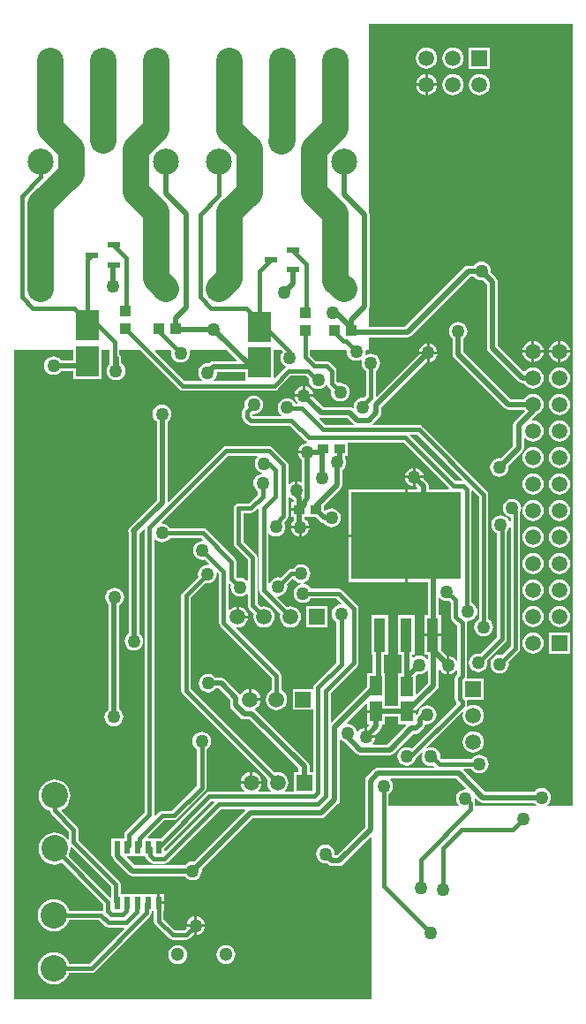
<source format=gbl>
%FSLAX25Y25*%
%MOIN*%
G70*
G01*
G75*
G04 Layer_Physical_Order=2*
G04 Layer_Color=16711680*
%ADD10O,0.06890X0.02165*%
%ADD11O,0.02165X0.06890*%
G04:AMPARAMS|DCode=12|XSize=78.74mil|YSize=39.37mil|CornerRadius=7.87mil|HoleSize=0mil|Usage=FLASHONLY|Rotation=270.000|XOffset=0mil|YOffset=0mil|HoleType=Round|Shape=RoundedRectangle|*
%AMROUNDEDRECTD12*
21,1,0.07874,0.02362,0,0,270.0*
21,1,0.06299,0.03937,0,0,270.0*
1,1,0.01575,-0.01181,-0.03150*
1,1,0.01575,-0.01181,0.03150*
1,1,0.01575,0.01181,0.03150*
1,1,0.01575,0.01181,-0.03150*
%
%ADD12ROUNDEDRECTD12*%
G04:AMPARAMS|DCode=13|XSize=39.37mil|YSize=78.74mil|CornerRadius=7.87mil|HoleSize=0mil|Usage=FLASHONLY|Rotation=270.000|XOffset=0mil|YOffset=0mil|HoleType=Round|Shape=RoundedRectangle|*
%AMROUNDEDRECTD13*
21,1,0.03937,0.06299,0,0,270.0*
21,1,0.02362,0.07874,0,0,270.0*
1,1,0.01575,-0.03150,-0.01181*
1,1,0.01575,-0.03150,0.01181*
1,1,0.01575,0.03150,0.01181*
1,1,0.01575,0.03150,-0.01181*
%
%ADD13ROUNDEDRECTD13*%
%ADD14R,0.03937X0.09449*%
%ADD15R,0.12992X0.09449*%
G04:AMPARAMS|DCode=16|XSize=83mil|YSize=55mil|CornerRadius=13.75mil|HoleSize=0mil|Usage=FLASHONLY|Rotation=90.000|XOffset=0mil|YOffset=0mil|HoleType=Round|Shape=RoundedRectangle|*
%AMROUNDEDRECTD16*
21,1,0.08300,0.02750,0,0,90.0*
21,1,0.05550,0.05500,0,0,90.0*
1,1,0.02750,0.01375,0.02775*
1,1,0.02750,0.01375,-0.02775*
1,1,0.02750,-0.01375,-0.02775*
1,1,0.02750,-0.01375,0.02775*
%
%ADD16ROUNDEDRECTD16*%
%ADD17R,0.03937X0.03937*%
%ADD18R,0.03937X0.03937*%
G04:AMPARAMS|DCode=19|XSize=74.8mil|YSize=74.8mil|CornerRadius=18.7mil|HoleSize=0mil|Usage=FLASHONLY|Rotation=90.000|XOffset=0mil|YOffset=0mil|HoleType=Round|Shape=RoundedRectangle|*
%AMROUNDEDRECTD19*
21,1,0.07480,0.03740,0,0,90.0*
21,1,0.03740,0.07480,0,0,90.0*
1,1,0.03740,0.01870,0.01870*
1,1,0.03740,0.01870,-0.01870*
1,1,0.03740,-0.01870,-0.01870*
1,1,0.03740,-0.01870,0.01870*
%
%ADD19ROUNDEDRECTD19*%
G04:AMPARAMS|DCode=20|XSize=15.75mil|YSize=53.15mil|CornerRadius=3.94mil|HoleSize=0mil|Usage=FLASHONLY|Rotation=90.000|XOffset=0mil|YOffset=0mil|HoleType=Round|Shape=RoundedRectangle|*
%AMROUNDEDRECTD20*
21,1,0.01575,0.04528,0,0,90.0*
21,1,0.00787,0.05315,0,0,90.0*
1,1,0.00787,0.02264,0.00394*
1,1,0.00787,0.02264,-0.00394*
1,1,0.00787,-0.02264,-0.00394*
1,1,0.00787,-0.02264,0.00394*
%
%ADD20ROUNDEDRECTD20*%
G04:AMPARAMS|DCode=21|XSize=70.87mil|YSize=74.8mil|CornerRadius=17.72mil|HoleSize=0mil|Usage=FLASHONLY|Rotation=90.000|XOffset=0mil|YOffset=0mil|HoleType=Round|Shape=RoundedRectangle|*
%AMROUNDEDRECTD21*
21,1,0.07087,0.03937,0,0,90.0*
21,1,0.03543,0.07480,0,0,90.0*
1,1,0.03543,0.01969,0.01772*
1,1,0.03543,0.01969,-0.01772*
1,1,0.03543,-0.01969,-0.01772*
1,1,0.03543,-0.01969,0.01772*
%
%ADD21ROUNDEDRECTD21*%
G04:AMPARAMS|DCode=22|XSize=82.68mil|YSize=62.99mil|CornerRadius=15.75mil|HoleSize=0mil|Usage=FLASHONLY|Rotation=90.000|XOffset=0mil|YOffset=0mil|HoleType=Round|Shape=RoundedRectangle|*
%AMROUNDEDRECTD22*
21,1,0.08268,0.03150,0,0,90.0*
21,1,0.05118,0.06299,0,0,90.0*
1,1,0.03150,0.01575,0.02559*
1,1,0.03150,0.01575,-0.02559*
1,1,0.03150,-0.01575,-0.02559*
1,1,0.03150,-0.01575,0.02559*
%
%ADD22ROUNDEDRECTD22*%
%ADD23R,0.07087X0.08661*%
%ADD24R,0.03740X0.03937*%
%ADD25R,0.07677X0.04724*%
%ADD26R,0.03937X0.03740*%
%ADD27C,0.02000*%
%ADD28C,0.01500*%
%ADD29C,0.01000*%
%ADD30C,0.10000*%
%ADD31C,0.09843*%
%ADD32C,0.10000*%
%ADD33R,0.05906X0.05906*%
%ADD34C,0.05906*%
%ADD35R,0.05906X0.05906*%
%ADD36C,0.05118*%
%ADD37C,0.05000*%
%ADD38R,0.02284X0.04646*%
%ADD39R,0.04134X0.12992*%
%ADD40R,0.41339X0.33071*%
%ADD41R,0.05118X0.02362*%
%ADD42R,0.08661X0.11417*%
%ADD43R,0.04724X0.07677*%
G36*
X336564Y376464D02*
X336116Y375879D01*
X335763Y375028D01*
X335643Y374114D01*
X335763Y373200D01*
X336116Y372349D01*
X336677Y371618D01*
X337408Y371057D01*
X337653Y370955D01*
X337702Y370458D01*
X337550Y370356D01*
X337550Y370356D01*
X333647Y366453D01*
X333185Y366644D01*
Y377000D01*
X336028D01*
X336564Y376464D01*
D02*
G37*
G36*
X322524Y365831D02*
X322524D01*
Y365734D01*
X322170Y365381D01*
X310498D01*
X310337Y365854D01*
X310665Y366106D01*
X311227Y366837D01*
X311579Y367689D01*
X311700Y368602D01*
X311810Y368728D01*
X322524D01*
Y365831D01*
D02*
G37*
G36*
X327448Y317185D02*
Y286555D01*
X327584Y285872D01*
X327971Y285294D01*
X335645Y277619D01*
X335558Y277410D01*
X335423Y276378D01*
X335558Y275346D01*
X335957Y274384D01*
X336590Y273559D01*
X337416Y272925D01*
X338378Y272527D01*
X339409Y272391D01*
X340441Y272527D01*
X341403Y272925D01*
X342229Y273559D01*
X342862Y274384D01*
X343261Y275346D01*
X343396Y276378D01*
X343261Y277410D01*
X342862Y278371D01*
X342229Y279197D01*
X341403Y279831D01*
X340441Y280229D01*
X339409Y280365D01*
X338378Y280229D01*
X338168Y280142D01*
X334490Y283821D01*
X334711Y284269D01*
X334744Y284265D01*
X335658Y284385D01*
X336509Y284738D01*
X337240Y285299D01*
X337801Y286030D01*
X338154Y286882D01*
X338274Y287795D01*
X338157Y288685D01*
X340116Y290644D01*
X340615Y290611D01*
X340935Y290195D01*
X341666Y289634D01*
X342517Y289281D01*
X343360Y289170D01*
Y288670D01*
X343246Y288655D01*
X342394Y288302D01*
X341663Y287741D01*
X341102Y287010D01*
X340750Y286159D01*
X340629Y285245D01*
X340750Y284331D01*
X341102Y283480D01*
X341663Y282749D01*
X342394Y282188D01*
X343246Y281835D01*
X344160Y281715D01*
X345073Y281835D01*
X345924Y282188D01*
X346656Y282749D01*
X347202Y283461D01*
X356855D01*
X358782Y281534D01*
X358563Y281089D01*
X357649Y280969D01*
X356798Y280616D01*
X356067Y280055D01*
X355506Y279324D01*
X355153Y278473D01*
X355033Y277559D01*
X355153Y276645D01*
X355506Y275794D01*
X356067Y275063D01*
X356779Y274517D01*
Y259204D01*
X348528Y250953D01*
X348141Y250374D01*
X348005Y249691D01*
Y249228D01*
X340240D01*
Y241323D01*
X348005D01*
Y217831D01*
X346626D01*
Y220079D01*
X346471Y220859D01*
X346028Y221521D01*
X326284Y241265D01*
X326141Y241361D01*
X326186Y241823D01*
X327012Y242457D01*
X327646Y243282D01*
X328044Y244244D01*
X328114Y244776D01*
X324193D01*
Y245276D01*
X323693D01*
Y249197D01*
X323161Y249127D01*
X322200Y248728D01*
X321374Y248095D01*
X320740Y247269D01*
X320278Y247223D01*
X320182Y247367D01*
X314729Y252820D01*
X314068Y253262D01*
X313287Y253417D01*
X311213D01*
X310862Y253874D01*
X310131Y254435D01*
X309280Y254788D01*
X308366Y254908D01*
X307453Y254788D01*
X306601Y254435D01*
X305870Y253874D01*
X305309Y253143D01*
X304956Y252292D01*
X304836Y251378D01*
X304956Y250464D01*
X305309Y249613D01*
X305870Y248882D01*
X306601Y248321D01*
X307453Y247968D01*
X308366Y247848D01*
X309280Y247968D01*
X310131Y248321D01*
X310862Y248882D01*
X311213Y249339D01*
X312443D01*
X316701Y245080D01*
Y243017D01*
X316856Y242237D01*
X317298Y241575D01*
X320492Y238381D01*
X320492Y238381D01*
X320889Y238116D01*
X321154Y237939D01*
X321934Y237784D01*
X323998D01*
X342547Y219234D01*
Y217831D01*
X340634D01*
Y210459D01*
X337402D01*
X337242Y210933D01*
X337406Y211059D01*
X338039Y211884D01*
X338438Y212846D01*
X338574Y213878D01*
X338438Y214910D01*
X338039Y215871D01*
X337406Y216697D01*
X336580Y217331D01*
X335618Y217729D01*
X334587Y217865D01*
X333555Y217729D01*
X333346Y217642D01*
X301686Y249302D01*
Y283611D01*
X307181Y289107D01*
X308071Y288989D01*
X308984Y289110D01*
X309836Y289462D01*
X310567Y290023D01*
X311128Y290755D01*
X311481Y291606D01*
X311601Y292520D01*
X311546Y292938D01*
X311994Y293159D01*
X312422Y292731D01*
Y274223D01*
X312558Y273540D01*
X312945Y272961D01*
X332409Y253498D01*
Y248815D01*
X332200Y248728D01*
X331374Y248095D01*
X330740Y247269D01*
X330342Y246307D01*
X330206Y245276D01*
X330342Y244244D01*
X330740Y243282D01*
X331374Y242457D01*
X332200Y241823D01*
X333161Y241425D01*
X334193Y241289D01*
X335225Y241425D01*
X336186Y241823D01*
X337012Y242457D01*
X337646Y243282D01*
X338044Y244244D01*
X338180Y245276D01*
X338044Y246307D01*
X337646Y247269D01*
X337012Y248095D01*
X336186Y248728D01*
X335977Y248815D01*
Y254237D01*
X335841Y254920D01*
X335455Y255498D01*
X335455Y255498D01*
X318983Y271970D01*
X319204Y272418D01*
X319409Y272391D01*
X320441Y272527D01*
X321403Y272925D01*
X322229Y273559D01*
X322862Y274384D01*
X323260Y275346D01*
X323330Y275878D01*
X319409D01*
Y276378D01*
X318910D01*
Y280299D01*
X318378Y280229D01*
X317416Y279831D01*
X316590Y279197D01*
X316464Y279033D01*
X315991Y279194D01*
Y288805D01*
X316453Y288996D01*
X316961Y288488D01*
X316844Y287598D01*
X316964Y286685D01*
X317317Y285833D01*
X317878Y285102D01*
X318609Y284541D01*
X319460Y284189D01*
X320374Y284068D01*
X321288Y284189D01*
X322139Y284541D01*
X322870Y285102D01*
X323340Y284943D01*
Y280663D01*
X323340Y280663D01*
X323340D01*
X323476Y279981D01*
X323862Y279402D01*
X325645Y277619D01*
X325558Y277410D01*
X325423Y276378D01*
X325558Y275346D01*
X325957Y274384D01*
X326590Y273559D01*
X327416Y272925D01*
X328378Y272527D01*
X329410Y272391D01*
X330441Y272527D01*
X331403Y272925D01*
X332229Y273559D01*
X332862Y274384D01*
X333260Y275346D01*
X333396Y276378D01*
X333260Y277410D01*
X332862Y278371D01*
X332229Y279197D01*
X331403Y279831D01*
X330441Y280229D01*
X329410Y280365D01*
X328378Y280229D01*
X328168Y280142D01*
X326908Y281402D01*
Y298854D01*
X326772Y299537D01*
X326618Y299768D01*
X326386Y300115D01*
X326386Y300116D01*
X321568Y304934D01*
Y315539D01*
X324410D01*
X325092Y315674D01*
X325671Y316061D01*
X326986Y317376D01*
X327448Y317185D01*
D02*
G37*
G36*
X368488Y243585D02*
Y241248D01*
X371850D01*
Y240248D01*
X368488D01*
Y235909D01*
X369085D01*
X369276Y235448D01*
X368484Y234656D01*
X368413Y234665D01*
Y231701D01*
X371378D01*
X371368Y231772D01*
X373292Y233696D01*
X373734Y234357D01*
X373890Y235138D01*
Y235909D01*
X375213D01*
Y238709D01*
X380102D01*
Y235811D01*
X382963D01*
X383154Y235349D01*
X376045Y228240D01*
X370567D01*
X370410Y228705D01*
X370971Y229436D01*
X371323Y230287D01*
X371378Y230701D01*
X367913D01*
Y231201D01*
X367413D01*
Y234665D01*
X367000Y234611D01*
X366148Y234258D01*
X365417Y233697D01*
X364957Y233098D01*
X364475Y233227D01*
X364451Y233405D01*
X364099Y234257D01*
X363538Y234988D01*
X362806Y235549D01*
X361955Y235902D01*
X361041Y236022D01*
X360926Y236007D01*
X360705Y236455D01*
X368026Y243776D01*
X368488Y243585D01*
D02*
G37*
G36*
X391366Y256010D02*
Y251344D01*
X387289Y247267D01*
X386827Y247458D01*
Y254120D01*
X387519Y254813D01*
X388090Y254737D01*
X389004Y254858D01*
X389856Y255210D01*
X390587Y255771D01*
X390893Y256170D01*
X391366Y256010D01*
D02*
G37*
G36*
X319221Y373269D02*
X319030Y372807D01*
X310335D01*
X309554Y372652D01*
X308893Y372210D01*
X308740Y372057D01*
X308169Y372133D01*
X307256Y372012D01*
X306404Y371660D01*
X305673Y371099D01*
X305112Y370368D01*
X304759Y369516D01*
X304639Y368602D01*
X304759Y367689D01*
X305112Y366837D01*
X305673Y366106D01*
X306001Y365854D01*
X305841Y365381D01*
X299446D01*
X288288Y376538D01*
X288480Y377000D01*
X294170D01*
X294500Y376624D01*
X294403Y375886D01*
X294523Y374972D01*
X294876Y374121D01*
X295437Y373390D01*
X296168Y372829D01*
X297019Y372476D01*
X297933Y372356D01*
X298847Y372476D01*
X299698Y372829D01*
X300429Y373390D01*
X300990Y374121D01*
X301343Y374972D01*
X301463Y375886D01*
X301366Y376624D01*
X301696Y377000D01*
X315490D01*
X319221Y373269D01*
D02*
G37*
G36*
X327031Y336748D02*
X326470Y336017D01*
X326118Y335166D01*
X325997Y334252D01*
X326118Y333338D01*
X326470Y332487D01*
X327031Y331756D01*
X327763Y331195D01*
X328583Y330855D01*
X328518Y330359D01*
X328039Y330296D01*
X327188Y329943D01*
X326457Y329382D01*
X325896Y328651D01*
X325543Y327800D01*
X325423Y326886D01*
X325543Y325972D01*
X325896Y325121D01*
X326457Y324390D01*
X327153Y323856D01*
Y322589D01*
X323670Y319107D01*
X319783D01*
X319101Y318971D01*
X318522Y318584D01*
X318135Y318006D01*
X317999Y317323D01*
Y304194D01*
X317999Y304194D01*
X317999D01*
X318135Y303512D01*
X318522Y302933D01*
X323340Y298115D01*
Y290254D01*
X322870Y290095D01*
X322139Y290656D01*
X321288Y291008D01*
X320374Y291129D01*
X319484Y291012D01*
X318991Y291505D01*
Y297188D01*
X318855Y297871D01*
X318468Y298450D01*
X307586Y309332D01*
X307007Y309719D01*
X306324Y309855D01*
X293987D01*
X293441Y310567D01*
X292710Y311128D01*
X291859Y311481D01*
X290945Y311601D01*
X290726Y312046D01*
X315898Y337218D01*
X326872D01*
X327031Y336748D01*
D02*
G37*
G36*
X404244Y328118D02*
X404052Y327656D01*
X401737D01*
X384657Y344736D01*
X384849Y345198D01*
X387164D01*
X404244Y328118D01*
D02*
G37*
G36*
X306420Y305451D02*
X306201Y305007D01*
X305287Y304886D01*
X304436Y304534D01*
X303705Y303973D01*
X303144Y303241D01*
X302791Y302390D01*
X302671Y301476D01*
X302791Y300563D01*
X303144Y299711D01*
X303705Y298980D01*
X304436Y298419D01*
X305287Y298066D01*
X306201Y297946D01*
X307090Y298063D01*
X308711Y296443D01*
X308489Y295995D01*
X308071Y296050D01*
X307157Y295930D01*
X306306Y295577D01*
X305575Y295016D01*
X305014Y294285D01*
X304661Y293433D01*
X304541Y292520D01*
X304658Y291630D01*
X298640Y285612D01*
X298253Y285033D01*
X298117Y284350D01*
X298117Y284350D01*
X298117D01*
X298117Y284350D01*
X298117D01*
Y248563D01*
X298117Y248563D01*
X298117D01*
X298253Y247880D01*
X298640Y247301D01*
X330822Y215119D01*
X330736Y214910D01*
X330600Y213878D01*
X330736Y212846D01*
X331134Y211884D01*
X331768Y211059D01*
X331931Y210933D01*
X331771Y210459D01*
X327402D01*
X327242Y210933D01*
X327406Y211059D01*
X328039Y211884D01*
X328438Y212846D01*
X328508Y213378D01*
X320666D01*
X320736Y212846D01*
X321134Y211884D01*
X321767Y211059D01*
X321932Y210933D01*
X321771Y210459D01*
X308774D01*
X308091Y210324D01*
X307512Y209937D01*
X307512Y209937D01*
X290465Y192890D01*
X285581D01*
X285390Y193352D01*
X291684Y199646D01*
X295426D01*
X296109Y199782D01*
X296688Y200168D01*
X307167Y210648D01*
X307167Y210648D01*
X307361Y210937D01*
X307554Y211227D01*
X307690Y211909D01*
X307690Y211910D01*
Y226485D01*
X308402Y227031D01*
X308963Y227763D01*
X309315Y228614D01*
X309436Y229528D01*
X309315Y230441D01*
X308963Y231293D01*
X308402Y232024D01*
X307671Y232585D01*
X306819Y232938D01*
X305906Y233058D01*
X304992Y232938D01*
X304140Y232585D01*
X303409Y232024D01*
X302848Y231293D01*
X302496Y230441D01*
X302375Y229528D01*
X302496Y228614D01*
X302848Y227763D01*
X303409Y227031D01*
X304121Y226485D01*
Y212649D01*
X294687Y203214D01*
X290945D01*
X290262Y203079D01*
X290030Y202924D01*
X289683Y202692D01*
X289683Y202692D01*
X288353Y201361D01*
X287912Y201597D01*
X287979Y201935D01*
Y305415D01*
X288449Y305575D01*
X289180Y305014D01*
X290031Y304661D01*
X290945Y304541D01*
X291859Y304661D01*
X292710Y305014D01*
X293441Y305575D01*
X293987Y306287D01*
X305585D01*
X306420Y305451D01*
D02*
G37*
G36*
X446000Y205000D02*
X436619D01*
X436458Y205473D01*
X436847Y205771D01*
X437408Y206503D01*
X437760Y207354D01*
X437881Y208268D01*
X437760Y209181D01*
X437408Y210033D01*
X436847Y210764D01*
X436116Y211325D01*
X435264Y211678D01*
X434350Y211798D01*
X433437Y211678D01*
X432585Y211325D01*
X431854Y210764D01*
X431503Y210307D01*
X413034D01*
X404710Y218631D01*
X404901Y219093D01*
X407706D01*
X408252Y218381D01*
X408983Y217820D01*
X409835Y217467D01*
X410748Y217347D01*
X411662Y217467D01*
X412513Y217820D01*
X413245Y218381D01*
X413806Y219112D01*
X414158Y219963D01*
X414279Y220877D01*
X414158Y221791D01*
X413806Y222642D01*
X413245Y223373D01*
X412513Y223934D01*
X411662Y224287D01*
X410748Y224407D01*
X409835Y224287D01*
X408983Y223934D01*
X408252Y223373D01*
X407706Y222661D01*
X396331D01*
X396001Y223037D01*
X396079Y223634D01*
X395959Y224548D01*
X395607Y225399D01*
X395046Y226130D01*
X394314Y226691D01*
X393463Y227044D01*
X392549Y227164D01*
X391636Y227044D01*
X391123Y226832D01*
X390845Y227247D01*
X404252Y240654D01*
X404668Y240377D01*
X404613Y240245D01*
X404478Y239213D01*
X404613Y238181D01*
X405012Y237219D01*
X405645Y236393D01*
X406471Y235760D01*
X407433Y235362D01*
X408465Y235226D01*
X409496Y235362D01*
X410458Y235760D01*
X411284Y236393D01*
X411917Y237219D01*
X412316Y238181D01*
X412451Y239213D01*
X412316Y240245D01*
X411917Y241206D01*
X411284Y242032D01*
X410458Y242665D01*
X409496Y243064D01*
X408465Y243199D01*
X407433Y243064D01*
X406471Y242665D01*
X406382Y242597D01*
X405958Y242861D01*
X406017Y243158D01*
Y244357D01*
X406017Y244357D01*
X405914Y244873D01*
X406231Y245260D01*
X412417D01*
Y253165D01*
X406231D01*
X405914Y253552D01*
X406017Y254068D01*
X406017Y254068D01*
Y273991D01*
X406017Y273991D01*
X405899Y274583D01*
X406241Y274948D01*
X406496Y274915D01*
X407410Y275035D01*
X408261Y275388D01*
X408992Y275949D01*
X409553Y276680D01*
X409906Y277531D01*
X410026Y278445D01*
X409906Y279359D01*
X409553Y280210D01*
X408992Y280941D01*
X408261Y281502D01*
X407873Y281663D01*
Y323836D01*
X408335Y324027D01*
X410617Y321745D01*
Y275582D01*
X409905Y275036D01*
X409344Y274305D01*
X408992Y273453D01*
X408871Y272539D01*
X408992Y271626D01*
X409344Y270774D01*
X409905Y270043D01*
X410637Y269482D01*
X411488Y269129D01*
X412402Y269009D01*
X413315Y269129D01*
X414167Y269482D01*
X414898Y270043D01*
X415459Y270774D01*
X415811Y271626D01*
X415932Y272539D01*
X415811Y273453D01*
X415459Y274305D01*
X414898Y275036D01*
X414186Y275582D01*
Y322484D01*
X414050Y323166D01*
X413895Y323398D01*
X413663Y323745D01*
X413663Y323745D01*
X389165Y348244D01*
X388586Y348631D01*
X387903Y348767D01*
X370595D01*
X370404Y349229D01*
X373273Y352097D01*
X373715Y352759D01*
X373870Y353539D01*
X373870Y353539D01*
Y355533D01*
X390866Y372529D01*
X390937Y372520D01*
Y375484D01*
X387973D01*
X387982Y375413D01*
X372048Y359479D01*
X371586Y359670D01*
Y369121D01*
X372298Y369668D01*
X372859Y370399D01*
X373211Y371250D01*
X373332Y372164D01*
X373211Y373078D01*
X372859Y373929D01*
X372298Y374660D01*
X371567Y375221D01*
X370715Y375574D01*
X369801Y375694D01*
X368888Y375574D01*
X368036Y375221D01*
X368015Y375205D01*
X367619Y375509D01*
X367682Y375661D01*
X367802Y376575D01*
X367795Y376624D01*
X368125Y377000D01*
X369000D01*
Y381819D01*
X383563D01*
X384343Y381974D01*
X385005Y382416D01*
X385005Y382416D01*
X385005Y382416D01*
X407439Y404851D01*
X408767D01*
X409118Y404393D01*
X409849Y403832D01*
X410701Y403480D01*
X411614Y403360D01*
X412185Y403435D01*
X413709Y401911D01*
Y377854D01*
X413709Y377854D01*
X413709D01*
X413864Y377074D01*
X414306Y376412D01*
X425625Y365093D01*
X425625Y365093D01*
X425625D01*
X425625Y365093D01*
X425625D01*
X425625Y365093D01*
Y365093D01*
Y365093D01*
D01*
D01*
X425625D01*
Y365093D01*
X426287Y364651D01*
X427067Y364496D01*
X427626D01*
X428224Y363716D01*
X429050Y363083D01*
X430011Y362684D01*
X431043Y362549D01*
X432075Y362684D01*
X433037Y363083D01*
X433862Y363716D01*
X434496Y364542D01*
X434894Y365504D01*
X435030Y366535D01*
X434894Y367567D01*
X434496Y368529D01*
X433862Y369355D01*
X433037Y369988D01*
X432075Y370386D01*
X431043Y370522D01*
X430011Y370386D01*
X429050Y369988D01*
X428224Y369355D01*
X427981Y369037D01*
X427482Y369005D01*
X417787Y378699D01*
Y402756D01*
X417632Y403536D01*
X417190Y404198D01*
X415069Y406319D01*
X415144Y406890D01*
X415024Y407803D01*
X414671Y408655D01*
X414110Y409386D01*
X413379Y409947D01*
X412528Y410300D01*
X411614Y410420D01*
X410701Y410300D01*
X409849Y409947D01*
X409118Y409386D01*
X408767Y408929D01*
X406595D01*
X405814Y408774D01*
X405153Y408332D01*
X382718Y385897D01*
X369000D01*
Y392473D01*
X369128Y392665D01*
X369283Y393445D01*
X369283Y393445D01*
X369283Y393445D01*
Y393445D01*
Y428296D01*
X369128Y429076D01*
X369000Y429268D01*
Y500000D01*
X446000D01*
Y205000D01*
D02*
G37*
G36*
X360748Y376624D02*
X360741Y376575D01*
X360862Y375661D01*
X361214Y374810D01*
X361775Y374079D01*
X362507Y373518D01*
X363358Y373165D01*
X364272Y373045D01*
X365185Y373165D01*
X366037Y373518D01*
X366058Y373534D01*
X366455Y373229D01*
X366392Y373078D01*
X366271Y372164D01*
X366392Y371250D01*
X366744Y370399D01*
X367305Y369668D01*
X368017Y369121D01*
Y360009D01*
X367112Y359103D01*
X366831Y359140D01*
X365917Y359020D01*
X365066Y358667D01*
X364335Y358106D01*
X363773Y357375D01*
X363421Y356524D01*
X363300Y355610D01*
X363315Y355501D01*
X362890Y355237D01*
X362611Y355423D01*
X361831Y355578D01*
X351769D01*
X347960Y359387D01*
X347969Y359458D01*
X341041D01*
X341095Y359045D01*
X341448Y358193D01*
X342009Y357462D01*
X342121Y357376D01*
X341961Y356902D01*
X341343D01*
X341263Y357097D01*
X340702Y357828D01*
X339971Y358389D01*
X339119Y358742D01*
X338206Y358862D01*
X337292Y358742D01*
X336440Y358389D01*
X335709Y357828D01*
X335148Y357097D01*
X334796Y356246D01*
X334675Y355332D01*
X334796Y354419D01*
X335148Y353567D01*
X335709Y352836D01*
X335983Y352626D01*
X335823Y352152D01*
X325076D01*
X324953Y352275D01*
X324970Y352775D01*
X325143Y352926D01*
X325590Y352867D01*
X326504Y352988D01*
X327356Y353340D01*
X328087Y353901D01*
X328648Y354632D01*
X329000Y355484D01*
X329121Y356398D01*
X329000Y357311D01*
X328648Y358163D01*
X328087Y358894D01*
X327356Y359455D01*
X326504Y359807D01*
X325590Y359928D01*
X324677Y359807D01*
X323826Y359455D01*
X323094Y358894D01*
X322533Y358163D01*
X322181Y357311D01*
X322060Y356398D01*
X322178Y355508D01*
X321721Y355051D01*
X321334Y354472D01*
X321198Y353789D01*
Y351723D01*
X321198Y351722D01*
X321198D01*
X321334Y351040D01*
X321721Y350461D01*
X323075Y349107D01*
X323075Y349106D01*
X323654Y348720D01*
X324337Y348584D01*
X324337Y348584D01*
X339346D01*
X345209Y342721D01*
X345610Y342453D01*
X345496Y341966D01*
X344953Y341894D01*
X344101Y341542D01*
X343370Y340981D01*
X342809Y340249D01*
X342456Y339398D01*
X342402Y338984D01*
X345866D01*
Y337984D01*
X342402D01*
X342456Y337571D01*
X342809Y336719D01*
X343370Y335988D01*
X343827Y335637D01*
Y327467D01*
X343411Y327189D01*
X342564Y327540D01*
X342150Y327594D01*
Y324130D01*
X341150D01*
Y327594D01*
X340737Y327540D01*
X339885Y327187D01*
X339154Y326626D01*
X339116Y326576D01*
X338643Y326737D01*
Y333639D01*
X338507Y334322D01*
X338120Y334900D01*
X332757Y340264D01*
X332178Y340650D01*
X331495Y340786D01*
X315159D01*
X314476Y340650D01*
X313897Y340264D01*
X293446Y319813D01*
X292984Y320004D01*
Y350106D01*
X293441Y350457D01*
X294002Y351188D01*
X294355Y352039D01*
X294475Y352953D01*
X294355Y353866D01*
X294002Y354718D01*
X293441Y355449D01*
X292710Y356010D01*
X291859Y356363D01*
X290945Y356483D01*
X290031Y356363D01*
X289180Y356010D01*
X288449Y355449D01*
X287888Y354718D01*
X287535Y353866D01*
X287415Y352953D01*
X287535Y352039D01*
X287888Y351188D01*
X288449Y350457D01*
X288906Y350106D01*
Y320229D01*
X278775Y310098D01*
X278333Y309437D01*
X278177Y308656D01*
X278238Y308352D01*
X278276Y308161D01*
Y270071D01*
X277819Y269721D01*
X277258Y268989D01*
X276905Y268138D01*
X276785Y267224D01*
X276905Y266311D01*
X277258Y265459D01*
X277819Y264728D01*
X278550Y264167D01*
X279401Y263814D01*
X280315Y263694D01*
X281229Y263814D01*
X282080Y264167D01*
X282811Y264728D01*
X283372Y265459D01*
X283725Y266311D01*
X283845Y267224D01*
X283725Y268138D01*
X283372Y268989D01*
X282811Y269721D01*
X282354Y270071D01*
Y307910D01*
X283949Y309505D01*
X284411Y309313D01*
Y202674D01*
X277138Y195401D01*
X276751Y194823D01*
X276615Y194140D01*
Y192890D01*
X271776D01*
Y186244D01*
X272138D01*
X272173Y186208D01*
X272173Y186209D01*
D01*
X272329Y185428D01*
X272771Y184767D01*
X278369Y179168D01*
X279031Y178726D01*
X279811Y178571D01*
X299614D01*
X299964Y178114D01*
X300695Y177553D01*
X301547Y177200D01*
X302461Y177080D01*
X303374Y177200D01*
X304226Y177553D01*
X304957Y178114D01*
X305518Y178845D01*
X305871Y179697D01*
X305991Y180610D01*
X305916Y181181D01*
X325120Y200386D01*
X351060D01*
X351841Y200541D01*
X352502Y200983D01*
X357481Y205962D01*
X357923Y206624D01*
X358079Y207404D01*
X358079Y207404D01*
X358079Y207404D01*
Y207404D01*
Y229837D01*
X358545Y229995D01*
X359276Y229434D01*
X360042Y229117D01*
X364400Y224759D01*
X365062Y224317D01*
X365842Y224162D01*
X365842Y224162D01*
X376890D01*
X377670Y224317D01*
X378332Y224759D01*
X385845Y232272D01*
X386862D01*
X387643Y232427D01*
X388304Y232869D01*
X389769Y234333D01*
X390211Y234995D01*
X390366Y235775D01*
X390616Y235995D01*
X391043Y235938D01*
X391957Y236059D01*
X392808Y236411D01*
X393540Y236972D01*
X394101Y237703D01*
X394453Y238555D01*
X394573Y239469D01*
X394453Y240382D01*
X394101Y241234D01*
X393540Y241965D01*
X392808Y242526D01*
X391957Y242878D01*
X391043Y242999D01*
X390130Y242878D01*
X389278Y242526D01*
X388547Y241965D01*
X387986Y241234D01*
X387633Y240382D01*
X387557Y239802D01*
X387124Y239552D01*
X386827Y239675D01*
Y240150D01*
X383465D01*
Y241150D01*
X386939D01*
X394847Y249058D01*
X395289Y249720D01*
X395445Y250500D01*
Y256168D01*
X395918Y256329D01*
X396421Y255673D01*
X397152Y255112D01*
X398004Y254759D01*
X398417Y254705D01*
Y258169D01*
Y261634D01*
X398346Y261624D01*
X396236Y263734D01*
Y268988D01*
X390102D01*
Y261992D01*
X391366D01*
Y260526D01*
X390893Y260365D01*
X390587Y260764D01*
X389856Y261325D01*
X389004Y261678D01*
X388090Y261798D01*
X387177Y261678D01*
X386326Y261325D01*
X385952Y261038D01*
X385504Y261260D01*
Y261992D01*
X386236D01*
Y276984D01*
X380102D01*
Y261992D01*
X381425D01*
Y255134D01*
X380102D01*
Y245457D01*
Y242787D01*
X375213D01*
Y245555D01*
Y255232D01*
X374618D01*
Y261992D01*
X376236D01*
Y276984D01*
X370102D01*
Y261992D01*
X370540D01*
Y255232D01*
X368488D01*
Y250006D01*
X355036Y236553D01*
X354574Y236745D01*
Y247709D01*
X364575Y257710D01*
X364575Y257710D01*
X364768Y258000D01*
X364962Y258289D01*
X365097Y258972D01*
X365097Y258972D01*
Y279527D01*
X364962Y280209D01*
X364575Y280788D01*
X364575Y280788D01*
X358856Y286507D01*
X358277Y286894D01*
X357594Y287029D01*
X347202D01*
X346656Y287741D01*
X345924Y288302D01*
X345073Y288655D01*
X344230Y288766D01*
Y289266D01*
X344345Y289281D01*
X345196Y289634D01*
X345927Y290195D01*
X346488Y290926D01*
X346841Y291777D01*
X346961Y292691D01*
X346841Y293605D01*
X346488Y294456D01*
X345927Y295187D01*
X345196Y295748D01*
X344345Y296101D01*
X343431Y296221D01*
X342517Y296101D01*
X341666Y295748D01*
X340935Y295187D01*
X340389Y294475D01*
X339640D01*
X338957Y294339D01*
X338378Y293953D01*
X338378Y293953D01*
X335634Y291208D01*
X334744Y291325D01*
X333830Y291205D01*
X332979Y290852D01*
X332248Y290292D01*
X331687Y289560D01*
X331507Y289126D01*
X331017Y289224D01*
Y307699D01*
X331486Y307858D01*
X332217Y307297D01*
X333069Y306944D01*
X333982Y306824D01*
X334896Y306944D01*
X335747Y307297D01*
X336478Y307858D01*
X337039Y308589D01*
X337392Y309441D01*
X337512Y310354D01*
X337392Y311268D01*
X337052Y312088D01*
X338120Y313156D01*
X338507Y313735D01*
X338643Y314417D01*
X338643Y314417D01*
Y321523D01*
X339116Y321684D01*
X339154Y321634D01*
X339885Y321073D01*
X340535Y320804D01*
X340776Y320563D01*
Y319799D01*
X339846D01*
Y317429D01*
X342815D01*
Y316429D01*
X339846D01*
Y314059D01*
X340776D01*
Y312857D01*
X340614Y312733D01*
X340053Y312001D01*
X339700Y311150D01*
X339646Y310736D01*
X346575D01*
X346520Y311150D01*
X346167Y312001D01*
X345606Y312733D01*
X344875Y313294D01*
X344854Y313302D01*
Y314059D01*
X345783D01*
Y314059D01*
X345783D01*
X345783Y314059D01*
X346146D01*
Y314059D01*
X349100D01*
X350822Y312338D01*
X351483Y311896D01*
X352040Y311785D01*
X352425Y311283D01*
X353156Y310722D01*
X354008Y310370D01*
X354921Y310249D01*
X355835Y310370D01*
X356686Y310722D01*
X357417Y311283D01*
X357979Y312014D01*
X358331Y312866D01*
X358452Y313779D01*
X358331Y314693D01*
X357979Y315545D01*
X357417Y316276D01*
X356686Y316837D01*
X355835Y317189D01*
X354921Y317310D01*
X354008Y317189D01*
X353156Y316837D01*
X352553Y316374D01*
X352083Y316845D01*
Y318363D01*
X358430Y324711D01*
X358872Y325372D01*
X359027Y326153D01*
X359027Y326153D01*
Y331799D01*
X359484Y332149D01*
X360045Y332881D01*
X360398Y333732D01*
X360518Y334646D01*
X360398Y335559D01*
X360209Y336017D01*
Y336992D01*
X361138D01*
Y342198D01*
X382149D01*
X399263Y325084D01*
X399071Y324622D01*
X391606D01*
Y325787D01*
X391451Y326568D01*
X391009Y327229D01*
X389675Y328563D01*
X389685Y328634D01*
X386720D01*
Y325670D01*
X386792Y325679D01*
X387386Y325084D01*
X387195Y324622D01*
X383669D01*
Y307087D01*
Y289551D01*
X391366D01*
Y276984D01*
X390102D01*
Y269988D01*
X396236D01*
Y276984D01*
X395445D01*
Y283322D01*
X395918Y283482D01*
X395948Y283443D01*
X396679Y282882D01*
X397531Y282529D01*
X398445Y282409D01*
X399334Y282526D01*
X399962Y281899D01*
Y276477D01*
X399962Y276477D01*
X399962D01*
X400098Y275795D01*
X400484Y275216D01*
X402448Y273252D01*
Y260131D01*
X401975Y259934D01*
X401974D01*
X401413Y260665D01*
X400682Y261227D01*
X399831Y261579D01*
X399417Y261634D01*
Y258169D01*
Y254705D01*
X399831Y254759D01*
X400682Y255112D01*
X401413Y255673D01*
X401974Y256404D01*
X401975D01*
D01*
X401975Y256404D01*
X402448Y256208D01*
Y254807D01*
X402000Y254359D01*
X401613Y253780D01*
X401477Y253097D01*
Y245328D01*
X401477Y245328D01*
X401477D01*
X401613Y244645D01*
X402000Y244066D01*
X402059Y244007D01*
Y243507D01*
X385258Y226706D01*
X385150Y226789D01*
X384298Y227141D01*
X383385Y227262D01*
X382471Y227141D01*
X381620Y226789D01*
X380889Y226228D01*
X380328Y225497D01*
X379975Y224645D01*
X379855Y223731D01*
X379975Y222818D01*
X380328Y221966D01*
X380889Y221235D01*
X381620Y220674D01*
X382471Y220321D01*
X383385Y220201D01*
X384298Y220321D01*
X385150Y220674D01*
X385881Y221235D01*
X386442Y221966D01*
X386795Y222818D01*
X386852Y223254D01*
X388936Y225338D01*
X389352Y225060D01*
X389139Y224548D01*
X389019Y223634D01*
X389139Y222720D01*
X389492Y221869D01*
X390053Y221138D01*
X390784Y220577D01*
X391636Y220224D01*
X392549Y220104D01*
X393463Y220224D01*
X393513Y220245D01*
X393867Y219891D01*
X393721Y219539D01*
X372535D01*
X372535Y219539D01*
X371755Y219384D01*
X371093Y218942D01*
X368164Y216013D01*
X367722Y215351D01*
X367567Y214571D01*
Y197026D01*
X357029Y186488D01*
X356511D01*
X356182Y186864D01*
X356188Y186909D01*
X356067Y187823D01*
X355715Y188674D01*
X355154Y189406D01*
X354423Y189967D01*
X353571Y190319D01*
X352658Y190440D01*
X351744Y190319D01*
X350892Y189967D01*
X350161Y189406D01*
X349600Y188674D01*
X349248Y187823D01*
X349127Y186909D01*
X349248Y185996D01*
X349600Y185144D01*
X350161Y184413D01*
X350892Y183852D01*
X351744Y183500D01*
X352658Y183379D01*
X353229Y183454D01*
X353676Y183007D01*
X354338Y182565D01*
X355118Y182410D01*
X355118Y182410D01*
X357874D01*
X358654Y182565D01*
X359316Y183007D01*
X369538Y193229D01*
X370000Y193038D01*
Y132000D01*
X235000D01*
Y377000D01*
X257366D01*
Y373201D01*
X252748D01*
X252398Y373658D01*
X251667Y374219D01*
X250815Y374571D01*
X249902Y374692D01*
X248988Y374571D01*
X248136Y374219D01*
X247405Y373658D01*
X246844Y372926D01*
X246492Y372075D01*
X246371Y371161D01*
X246492Y370248D01*
X246844Y369396D01*
X247405Y368665D01*
X248136Y368104D01*
X248988Y367752D01*
X249902Y367631D01*
X250815Y367752D01*
X251667Y368104D01*
X252398Y368665D01*
X252748Y369122D01*
X257366D01*
Y366224D01*
X268028D01*
Y377000D01*
X271216D01*
Y374807D01*
Y371834D01*
X271027Y371689D01*
X270466Y370958D01*
X270114Y370107D01*
X269993Y369193D01*
X270114Y368279D01*
X270466Y367428D01*
X271027Y366697D01*
X271759Y366136D01*
X272610Y365783D01*
X273524Y365663D01*
X274437Y365783D01*
X275289Y366136D01*
X276020Y366697D01*
X276581Y367428D01*
X276934Y368279D01*
X277054Y369193D01*
X276934Y370107D01*
X276581Y370958D01*
X276020Y371689D01*
X275406Y372160D01*
Y374185D01*
X275271Y374868D01*
X274884Y375447D01*
X274784Y375546D01*
Y377000D01*
X282780D01*
X297445Y362335D01*
X297445Y362335D01*
X298024Y361948D01*
X298024Y361948D01*
X298024Y361948D01*
D01*
X298024Y361948D01*
X298024Y361948D01*
X298707Y361812D01*
X298707Y361812D01*
X333314D01*
X333997Y361948D01*
X334576Y362335D01*
X339551Y367310D01*
X345412D01*
X346430Y366292D01*
X346371Y365846D01*
X346492Y364933D01*
X346844Y364081D01*
X347405Y363350D01*
X348136Y362789D01*
X348988Y362437D01*
X349902Y362316D01*
X350815Y362437D01*
X351667Y362789D01*
X352398Y363350D01*
X352670Y363705D01*
X353322Y363835D01*
X353515Y363545D01*
X353709Y363256D01*
X353709Y363256D01*
X354855Y362110D01*
X354737Y361221D01*
X354858Y360307D01*
X355210Y359455D01*
X355771Y358724D01*
X356503Y358163D01*
X357354Y357811D01*
X358268Y357690D01*
X359181Y357811D01*
X360033Y358163D01*
X360764Y358724D01*
X361325Y359455D01*
X361678Y360307D01*
X361798Y361221D01*
X361678Y362134D01*
X361325Y362986D01*
X360764Y363717D01*
X360033Y364278D01*
X359181Y364630D01*
X358268Y364751D01*
X357378Y364633D01*
X356755Y365257D01*
Y369045D01*
X356619Y369728D01*
X356232Y370307D01*
X354165Y372374D01*
X353586Y372761D01*
X352904Y372897D01*
X349115D01*
X346863Y375149D01*
Y377000D01*
X360418D01*
X360748Y376624D01*
D02*
G37*
G36*
X350924Y351500D02*
X360986D01*
X363258Y349229D01*
X363066Y348767D01*
X352576D01*
X350183Y351160D01*
X350418Y351601D01*
X350924Y351500D01*
D02*
G37*
G36*
X405729Y211844D02*
X405512Y211404D01*
X404598Y211284D01*
X403747Y210931D01*
X403016Y210370D01*
X402455Y209639D01*
X402102Y208788D01*
X401982Y207874D01*
X402102Y206960D01*
X402455Y206109D01*
X402961Y205448D01*
X402740Y205000D01*
X376391D01*
Y209457D01*
X377102Y210004D01*
X377663Y210735D01*
X378016Y211586D01*
X378136Y212500D01*
X378016Y213414D01*
X377663Y214265D01*
X377102Y214996D01*
X377260Y215461D01*
X402112D01*
X405729Y211844D01*
D02*
G37*
G36*
X410747Y206826D02*
X410747Y206826D01*
X411409Y206384D01*
X411409Y206384D01*
X411409Y206384D01*
D01*
X411409Y206384D01*
X411409Y206384D01*
X412189Y206228D01*
X412189Y206228D01*
X431503D01*
X431854Y205771D01*
X432243Y205473D01*
X432082Y205000D01*
X409166D01*
Y206004D01*
X409030Y206687D01*
X408893Y206892D01*
X408922Y206960D01*
X409042Y207874D01*
X409482Y208091D01*
X410747Y206826D01*
D02*
G37*
G36*
X322395Y203429D02*
X303032Y184065D01*
X302461Y184140D01*
X301547Y184020D01*
X300695Y183668D01*
X299964Y183107D01*
X299614Y182649D01*
X280656D01*
X277523Y185782D01*
X277714Y186244D01*
X284503D01*
X284625Y185629D01*
X285012Y185050D01*
X286330Y183732D01*
X286909Y183346D01*
X287592Y183210D01*
X291739D01*
X292422Y183346D01*
X293001Y183732D01*
X313159Y203891D01*
X322204D01*
X322395Y203429D01*
D02*
G37*
G36*
X310651Y206429D02*
X292269Y188047D01*
X291807Y188239D01*
Y189185D01*
X309513Y206891D01*
X310459D01*
X310651Y206429D01*
D02*
G37*
%LPC*%
G36*
X382669Y306587D02*
X361500D01*
Y289551D01*
X382669D01*
Y306587D01*
D02*
G37*
G36*
X307106Y159441D02*
X304142D01*
Y156477D01*
X304555Y156531D01*
X305407Y156884D01*
X306138Y157445D01*
X306699Y158176D01*
X307052Y159027D01*
X307106Y159441D01*
D02*
G37*
G36*
X346575Y309736D02*
X343610D01*
Y306772D01*
X344024Y306826D01*
X344875Y307179D01*
X345606Y307740D01*
X346167Y308471D01*
X346520Y309323D01*
X346575Y309736D01*
D02*
G37*
G36*
X319910Y280299D02*
Y276878D01*
X323330D01*
X323260Y277410D01*
X322862Y278371D01*
X322229Y279197D01*
X321403Y279831D01*
X320441Y280229D01*
X319910Y280299D01*
D02*
G37*
G36*
X431043Y290522D02*
X430011Y290386D01*
X429050Y289988D01*
X428224Y289355D01*
X427591Y288529D01*
X427192Y287567D01*
X427057Y286535D01*
X427192Y285504D01*
X427591Y284542D01*
X428224Y283716D01*
X429050Y283083D01*
X430011Y282684D01*
X431043Y282549D01*
X432075Y282684D01*
X433037Y283083D01*
X433862Y283716D01*
X434496Y284542D01*
X434894Y285504D01*
X435030Y286535D01*
X434894Y287567D01*
X434496Y288529D01*
X433862Y289355D01*
X433037Y289988D01*
X432075Y290386D01*
X431043Y290522D01*
D02*
G37*
G36*
X441043D02*
X440011Y290386D01*
X439050Y289988D01*
X438224Y289355D01*
X437591Y288529D01*
X437192Y287567D01*
X437056Y286535D01*
X437192Y285504D01*
X437591Y284542D01*
X438224Y283716D01*
X439050Y283083D01*
X440011Y282684D01*
X441043Y282549D01*
X442075Y282684D01*
X443037Y283083D01*
X443862Y283716D01*
X444496Y284542D01*
X444894Y285504D01*
X445030Y286535D01*
X444894Y287567D01*
X444496Y288529D01*
X443862Y289355D01*
X443037Y289988D01*
X442075Y290386D01*
X441043Y290522D01*
D02*
G37*
G36*
X342610Y309736D02*
X339646D01*
X339700Y309323D01*
X340053Y308471D01*
X340614Y307740D01*
X341345Y307179D01*
X342197Y306826D01*
X342610Y306772D01*
Y309736D01*
D02*
G37*
G36*
X441043Y300522D02*
X440011Y300386D01*
X439050Y299988D01*
X438224Y299355D01*
X437591Y298529D01*
X437192Y297567D01*
X437056Y296535D01*
X437192Y295503D01*
X437591Y294542D01*
X438224Y293716D01*
X439050Y293083D01*
X440011Y292684D01*
X441043Y292549D01*
X442075Y292684D01*
X443037Y293083D01*
X443862Y293716D01*
X444496Y294542D01*
X444894Y295503D01*
X445030Y296535D01*
X444894Y297567D01*
X444496Y298529D01*
X443862Y299355D01*
X443037Y299988D01*
X442075Y300386D01*
X441043Y300522D01*
D02*
G37*
G36*
Y310522D02*
X440011Y310386D01*
X439050Y309988D01*
X438224Y309355D01*
X437591Y308529D01*
X437192Y307567D01*
X437056Y306535D01*
X437192Y305504D01*
X437591Y304542D01*
X438224Y303716D01*
X439050Y303083D01*
X440011Y302684D01*
X441043Y302549D01*
X442075Y302684D01*
X443037Y303083D01*
X443862Y303716D01*
X444496Y304542D01*
X444894Y305504D01*
X445030Y306535D01*
X444894Y307567D01*
X444496Y308529D01*
X443862Y309355D01*
X443037Y309988D01*
X442075Y310386D01*
X441043Y310522D01*
D02*
G37*
G36*
X431043D02*
X430011Y310386D01*
X429050Y309988D01*
X428224Y309355D01*
X427591Y308529D01*
X427192Y307567D01*
X427057Y306535D01*
X427192Y305504D01*
X427591Y304542D01*
X428224Y303716D01*
X429050Y303083D01*
X430011Y302684D01*
X431043Y302549D01*
X432075Y302684D01*
X433037Y303083D01*
X433862Y303716D01*
X434496Y304542D01*
X434894Y305504D01*
X435030Y306535D01*
X434894Y307567D01*
X434496Y308529D01*
X433862Y309355D01*
X433037Y309988D01*
X432075Y310386D01*
X431043Y310522D01*
D02*
G37*
G36*
Y300522D02*
X430011Y300386D01*
X429050Y299988D01*
X428224Y299355D01*
X427591Y298529D01*
X427192Y297567D01*
X427057Y296535D01*
X427192Y295503D01*
X427591Y294542D01*
X428224Y293716D01*
X429050Y293083D01*
X430011Y292684D01*
X431043Y292549D01*
X432075Y292684D01*
X433037Y293083D01*
X433862Y293716D01*
X434496Y294542D01*
X434894Y295503D01*
X435030Y296535D01*
X434894Y297567D01*
X434496Y298529D01*
X433862Y299355D01*
X433037Y299988D01*
X432075Y300386D01*
X431043Y300522D01*
D02*
G37*
G36*
X296850Y152605D02*
X295921Y152483D01*
X295056Y152125D01*
X294312Y151554D01*
X293742Y150811D01*
X293383Y149945D01*
X293261Y149016D01*
X293383Y148087D01*
X293742Y147221D01*
X294312Y146477D01*
X295056Y145907D01*
X295921Y145548D01*
X296850Y145426D01*
X297779Y145548D01*
X298645Y145907D01*
X299389Y146477D01*
X299959Y147221D01*
X300318Y148087D01*
X300440Y149016D01*
X300318Y149945D01*
X299959Y150811D01*
X299389Y151554D01*
X298645Y152125D01*
X297779Y152483D01*
X296850Y152605D01*
D02*
G37*
G36*
X315059D02*
X314130Y152483D01*
X313264Y152125D01*
X312521Y151554D01*
X311950Y150811D01*
X311592Y149945D01*
X311469Y149016D01*
X311592Y148087D01*
X311950Y147221D01*
X312521Y146477D01*
X313264Y145907D01*
X314130Y145548D01*
X315059Y145426D01*
X315988Y145548D01*
X316854Y145907D01*
X317597Y146477D01*
X318168Y147221D01*
X318527Y148087D01*
X318649Y149016D01*
X318527Y149945D01*
X318168Y150811D01*
X317597Y151554D01*
X316854Y152125D01*
X315988Y152483D01*
X315059Y152605D01*
D02*
G37*
G36*
X303142Y163405D02*
X302728Y163351D01*
X301877Y162998D01*
X301146Y162437D01*
X300585Y161706D01*
X300232Y160855D01*
X300177Y160441D01*
X303142D01*
Y163405D01*
D02*
G37*
G36*
X273031Y287388D02*
X272118Y287268D01*
X271266Y286915D01*
X270535Y286354D01*
X269974Y285623D01*
X269622Y284772D01*
X269501Y283858D01*
X269622Y282945D01*
X269974Y282093D01*
X270535Y281362D01*
X270697Y281238D01*
Y241528D01*
X270240Y241177D01*
X269679Y240446D01*
X269326Y239595D01*
X269206Y238681D01*
X269326Y237767D01*
X269679Y236916D01*
X270240Y236185D01*
X270971Y235624D01*
X271823Y235271D01*
X272736Y235151D01*
X273650Y235271D01*
X274501Y235624D01*
X275233Y236185D01*
X275794Y236916D01*
X276146Y237767D01*
X276266Y238681D01*
X276146Y239595D01*
X275794Y240446D01*
X275233Y241177D01*
X274775Y241528D01*
Y280792D01*
X274797Y280801D01*
X275528Y281362D01*
X276089Y282093D01*
X276441Y282945D01*
X276562Y283858D01*
X276441Y284772D01*
X276089Y285623D01*
X275528Y286354D01*
X274797Y286915D01*
X273945Y287268D01*
X273031Y287388D01*
D02*
G37*
G36*
X324693Y249197D02*
Y245776D01*
X328114D01*
X328044Y246307D01*
X327646Y247269D01*
X327012Y248095D01*
X326186Y248728D01*
X325225Y249127D01*
X324693Y249197D01*
D02*
G37*
G36*
X431043Y270522D02*
X430011Y270386D01*
X429050Y269988D01*
X428224Y269355D01*
X427591Y268529D01*
X427192Y267567D01*
X427057Y266535D01*
X427192Y265504D01*
X427591Y264542D01*
X428224Y263716D01*
X429050Y263083D01*
X430011Y262684D01*
X431043Y262549D01*
X432075Y262684D01*
X433037Y263083D01*
X433862Y263716D01*
X434496Y264542D01*
X434894Y265504D01*
X435030Y266535D01*
X434894Y267567D01*
X434496Y268529D01*
X433862Y269355D01*
X433037Y269988D01*
X432075Y270386D01*
X431043Y270522D01*
D02*
G37*
G36*
X325087Y217799D02*
Y214378D01*
X328508D01*
X328438Y214910D01*
X328039Y215871D01*
X327406Y216697D01*
X326580Y217331D01*
X325619Y217729D01*
X325087Y217799D01*
D02*
G37*
G36*
X408465Y233199D02*
X407433Y233064D01*
X406471Y232665D01*
X405645Y232032D01*
X405012Y231206D01*
X404613Y230244D01*
X404478Y229213D01*
X404613Y228181D01*
X405012Y227219D01*
X405645Y226393D01*
X406471Y225760D01*
X407433Y225362D01*
X408465Y225226D01*
X409496Y225362D01*
X410458Y225760D01*
X411284Y226393D01*
X411917Y227219D01*
X412316Y228181D01*
X412451Y229213D01*
X412316Y230244D01*
X411917Y231206D01*
X411284Y232032D01*
X410458Y232665D01*
X409496Y233064D01*
X408465Y233199D01*
D02*
G37*
G36*
X324087Y217799D02*
X323555Y217729D01*
X322593Y217331D01*
X321767Y216697D01*
X321134Y215871D01*
X320736Y214910D01*
X320666Y214378D01*
X324087D01*
Y217799D01*
D02*
G37*
G36*
X444996Y270488D02*
X437091D01*
Y262583D01*
X444996D01*
Y270488D01*
D02*
G37*
G36*
X431043Y280522D02*
X430011Y280386D01*
X429050Y279988D01*
X428224Y279355D01*
X427591Y278529D01*
X427192Y277567D01*
X427057Y276535D01*
X427192Y275503D01*
X427591Y274542D01*
X428224Y273716D01*
X429050Y273083D01*
X430011Y272684D01*
X431043Y272549D01*
X432075Y272684D01*
X433037Y273083D01*
X433862Y273716D01*
X434496Y274542D01*
X434894Y275503D01*
X435030Y276535D01*
X434894Y277567D01*
X434496Y278529D01*
X433862Y279355D01*
X433037Y279988D01*
X432075Y280386D01*
X431043Y280522D01*
D02*
G37*
G36*
X304142Y163405D02*
Y160441D01*
X307106D01*
X307052Y160855D01*
X306699Y161706D01*
X306138Y162437D01*
X305407Y162998D01*
X304555Y163351D01*
X304142Y163405D01*
D02*
G37*
G36*
X441043Y280522D02*
X440011Y280386D01*
X439050Y279988D01*
X438224Y279355D01*
X437591Y278529D01*
X437192Y277567D01*
X437056Y276535D01*
X437192Y275503D01*
X437591Y274542D01*
X438224Y273716D01*
X439050Y273083D01*
X440011Y272684D01*
X441043Y272549D01*
X442075Y272684D01*
X443037Y273083D01*
X443862Y273716D01*
X444496Y274542D01*
X444894Y275503D01*
X445030Y276535D01*
X444894Y277567D01*
X444496Y278529D01*
X443862Y279355D01*
X443037Y279988D01*
X442075Y280386D01*
X441043Y280522D01*
D02*
G37*
G36*
X250295Y215005D02*
X249119Y214890D01*
X247988Y214546D01*
X246946Y213989D01*
X246032Y213240D01*
X245282Y212326D01*
X244725Y211284D01*
X244382Y210153D01*
X244266Y208976D01*
X244382Y207800D01*
X244725Y206669D01*
X245282Y205627D01*
X246032Y204713D01*
X246946Y203963D01*
X247988Y203406D01*
X248559Y203233D01*
X248647Y202794D01*
X249034Y202215D01*
X255761Y195487D01*
Y192516D01*
X255290Y192348D01*
X254558Y193240D01*
X253645Y193989D01*
X252603Y194546D01*
X251471Y194890D01*
X250295Y195005D01*
X249119Y194890D01*
X247988Y194546D01*
X246946Y193989D01*
X246032Y193240D01*
X245282Y192326D01*
X244725Y191284D01*
X244382Y190153D01*
X244266Y188976D01*
X244382Y187800D01*
X244725Y186669D01*
X245282Y185627D01*
X246032Y184713D01*
X246946Y183963D01*
X247988Y183406D01*
X249119Y183063D01*
X250295Y182947D01*
X251471Y183063D01*
X252603Y183406D01*
X253084Y183664D01*
X268741Y168007D01*
Y165800D01*
X268355Y165483D01*
X267851Y165584D01*
X255827D01*
X255668Y166106D01*
X255111Y167149D01*
X254362Y168062D01*
X253448Y168812D01*
X252406Y169369D01*
X251275Y169712D01*
X250098Y169828D01*
X248922Y169712D01*
X247791Y169369D01*
X246749Y168812D01*
X245835Y168062D01*
X245086Y167149D01*
X244528Y166106D01*
X244185Y164975D01*
X244069Y163799D01*
X244185Y162623D01*
X244528Y161492D01*
X245086Y160450D01*
X245835Y159536D01*
X246749Y158786D01*
X247791Y158229D01*
X248922Y157886D01*
X250098Y157770D01*
X251275Y157886D01*
X252406Y158229D01*
X253448Y158786D01*
X254362Y159536D01*
X255111Y160450D01*
X255668Y161492D01*
X255827Y162015D01*
X267112D01*
X269339Y159788D01*
X269339Y159787D01*
X269629Y159594D01*
X269918Y159401D01*
X270601Y159265D01*
X270601Y159265D01*
X276515D01*
X276707Y158803D01*
X263487Y145583D01*
X255827D01*
X255668Y146106D01*
X255111Y147149D01*
X254362Y148062D01*
X253448Y148812D01*
X252406Y149369D01*
X251275Y149712D01*
X250098Y149828D01*
X248922Y149712D01*
X247791Y149369D01*
X246749Y148812D01*
X245835Y148062D01*
X245086Y147149D01*
X244528Y146106D01*
X244185Y144975D01*
X244069Y143799D01*
X244185Y142623D01*
X244528Y141492D01*
X245086Y140450D01*
X245835Y139536D01*
X246749Y138786D01*
X247791Y138229D01*
X248922Y137886D01*
X250098Y137770D01*
X251275Y137886D01*
X252406Y138229D01*
X253448Y138786D01*
X254362Y139536D01*
X255111Y140450D01*
X255668Y141492D01*
X255827Y142015D01*
X264226D01*
X264909Y142151D01*
X265488Y142537D01*
X286445Y163494D01*
X286445Y163494D01*
X286831Y164073D01*
X286967Y164756D01*
Y165299D01*
X287881D01*
Y161614D01*
X287881Y161614D01*
X287881D01*
X288017Y160931D01*
X288404Y160353D01*
X293719Y155037D01*
X294298Y154651D01*
X294980Y154515D01*
X294980Y154515D01*
X300000D01*
X300683Y154651D01*
X301262Y155037D01*
X302752Y156528D01*
X303142Y156477D01*
Y159441D01*
X300177D01*
X300229Y159051D01*
X299261Y158083D01*
X295719D01*
X291450Y162353D01*
Y165299D01*
X291807D01*
Y168122D01*
X289665D01*
Y168622D01*
X289165D01*
Y171945D01*
X275310D01*
Y175490D01*
X275174Y176173D01*
X274787Y176752D01*
X259330Y192209D01*
Y196226D01*
X259330Y196226D01*
X259194Y196909D01*
X258807Y197488D01*
X253086Y203209D01*
X253159Y203704D01*
X253645Y203963D01*
X254558Y204713D01*
X255308Y205627D01*
X255865Y206669D01*
X256208Y207800D01*
X256324Y208976D01*
X256208Y210153D01*
X255865Y211284D01*
X255308Y212326D01*
X254558Y213240D01*
X253645Y213989D01*
X252603Y214546D01*
X251471Y214890D01*
X250295Y215005D01*
D02*
G37*
G36*
X291807Y171945D02*
X290165D01*
Y169122D01*
X291807D01*
Y171945D01*
D02*
G37*
G36*
X353362Y280331D02*
X345457D01*
Y272425D01*
X353362D01*
Y280331D01*
D02*
G37*
G36*
X382669Y324622D02*
X361500D01*
Y307587D01*
X382669D01*
Y324622D01*
D02*
G37*
G36*
X431543Y380456D02*
Y377035D01*
X434964D01*
X434894Y377567D01*
X434496Y378529D01*
X433862Y379355D01*
X433037Y379988D01*
X432075Y380386D01*
X431543Y380456D01*
D02*
G37*
G36*
X430543D02*
X430011Y380386D01*
X429050Y379988D01*
X428224Y379355D01*
X427591Y378529D01*
X427192Y377567D01*
X427122Y377035D01*
X430543D01*
Y380456D01*
D02*
G37*
G36*
X441543D02*
Y377035D01*
X444964D01*
X444894Y377567D01*
X444496Y378529D01*
X443862Y379355D01*
X443037Y379988D01*
X442075Y380386D01*
X441543Y380456D01*
D02*
G37*
G36*
X440543D02*
X440011Y380386D01*
X439050Y379988D01*
X438224Y379355D01*
X437591Y378529D01*
X437192Y377567D01*
X437122Y377035D01*
X440543D01*
Y380456D01*
D02*
G37*
G36*
X391937Y379449D02*
Y376484D01*
X394901D01*
X394847Y376898D01*
X394494Y377749D01*
X393933Y378481D01*
X393202Y379042D01*
X392351Y379394D01*
X391937Y379449D01*
D02*
G37*
G36*
X440543Y376035D02*
X437122D01*
X437192Y375503D01*
X437591Y374542D01*
X438224Y373716D01*
X439050Y373083D01*
X440011Y372684D01*
X440543Y372614D01*
Y376035D01*
D02*
G37*
G36*
X434964D02*
X431543D01*
Y372614D01*
X432075Y372684D01*
X433037Y373083D01*
X433862Y373716D01*
X434496Y374542D01*
X434894Y375503D01*
X434964Y376035D01*
D02*
G37*
G36*
X390937Y379449D02*
X390523Y379394D01*
X389672Y379042D01*
X388941Y378481D01*
X388380Y377749D01*
X388027Y376898D01*
X387973Y376484D01*
X390937D01*
Y379449D01*
D02*
G37*
G36*
X444964Y376035D02*
X441543D01*
Y372614D01*
X442075Y372684D01*
X443037Y373083D01*
X443862Y373716D01*
X444496Y374542D01*
X444894Y375503D01*
X444964Y376035D01*
D02*
G37*
G36*
X390827Y491192D02*
X389795Y491056D01*
X388833Y490657D01*
X388008Y490024D01*
X387374Y489198D01*
X386976Y488237D01*
X386840Y487205D01*
X386976Y486173D01*
X387374Y485211D01*
X388008Y484386D01*
X388833Y483752D01*
X389795Y483354D01*
X390827Y483218D01*
X391859Y483354D01*
X392820Y483752D01*
X393646Y484386D01*
X394280Y485211D01*
X394678Y486173D01*
X394814Y487205D01*
X394678Y488237D01*
X394280Y489198D01*
X393646Y490024D01*
X392820Y490657D01*
X391859Y491056D01*
X390827Y491192D01*
D02*
G37*
G36*
X391327Y481126D02*
Y477705D01*
X394748D01*
X394678Y478237D01*
X394280Y479198D01*
X393646Y480024D01*
X392820Y480657D01*
X391859Y481056D01*
X391327Y481126D01*
D02*
G37*
G36*
X414780Y491157D02*
X406874D01*
Y483252D01*
X414780D01*
Y491157D01*
D02*
G37*
G36*
X400827Y491192D02*
X399795Y491056D01*
X398833Y490657D01*
X398008Y490024D01*
X397374Y489198D01*
X396976Y488237D01*
X396840Y487205D01*
X396976Y486173D01*
X397374Y485211D01*
X398008Y484386D01*
X398833Y483752D01*
X399795Y483354D01*
X400827Y483218D01*
X401859Y483354D01*
X402820Y483752D01*
X403646Y484386D01*
X404280Y485211D01*
X404678Y486173D01*
X404814Y487205D01*
X404678Y488237D01*
X404280Y489198D01*
X403646Y490024D01*
X402820Y490657D01*
X401859Y491056D01*
X400827Y491192D01*
D02*
G37*
G36*
X390327Y481126D02*
X389795Y481056D01*
X388833Y480657D01*
X388008Y480024D01*
X387374Y479198D01*
X386976Y478237D01*
X386906Y477705D01*
X390327D01*
Y481126D01*
D02*
G37*
G36*
X410827Y481192D02*
X409795Y481056D01*
X408833Y480657D01*
X408008Y480024D01*
X407374Y479198D01*
X406976Y478237D01*
X406840Y477205D01*
X406976Y476173D01*
X407374Y475211D01*
X408008Y474386D01*
X408833Y473752D01*
X409795Y473354D01*
X410827Y473218D01*
X411859Y473354D01*
X412820Y473752D01*
X413646Y474386D01*
X414280Y475211D01*
X414678Y476173D01*
X414814Y477205D01*
X414678Y478237D01*
X414280Y479198D01*
X413646Y480024D01*
X412820Y480657D01*
X411859Y481056D01*
X410827Y481192D01*
D02*
G37*
G36*
X400827D02*
X399795Y481056D01*
X398833Y480657D01*
X398008Y480024D01*
X397374Y479198D01*
X396976Y478237D01*
X396840Y477205D01*
X396976Y476173D01*
X397374Y475211D01*
X398008Y474386D01*
X398833Y473752D01*
X399795Y473354D01*
X400827Y473218D01*
X401859Y473354D01*
X402820Y473752D01*
X403646Y474386D01*
X404280Y475211D01*
X404678Y476173D01*
X404814Y477205D01*
X404678Y478237D01*
X404280Y479198D01*
X403646Y480024D01*
X402820Y480657D01*
X401859Y481056D01*
X400827Y481192D01*
D02*
G37*
G36*
X394748Y476705D02*
X391327D01*
Y473284D01*
X391859Y473354D01*
X392820Y473752D01*
X393646Y474386D01*
X394280Y475211D01*
X394678Y476173D01*
X394748Y476705D01*
D02*
G37*
G36*
X390327D02*
X386906D01*
X386976Y476173D01*
X387374Y475211D01*
X388008Y474386D01*
X388833Y473752D01*
X389795Y473354D01*
X390327Y473284D01*
Y476705D01*
D02*
G37*
G36*
X385720Y332598D02*
X385307Y332544D01*
X384455Y332191D01*
X383724Y331630D01*
X383163Y330899D01*
X382811Y330047D01*
X382756Y329634D01*
X385720D01*
Y332598D01*
D02*
G37*
G36*
Y328634D02*
X382756D01*
X382811Y328220D01*
X383163Y327369D01*
X383724Y326638D01*
X384455Y326077D01*
X385307Y325724D01*
X385720Y325670D01*
Y328634D01*
D02*
G37*
G36*
X431043Y340522D02*
X430011Y340386D01*
X429050Y339988D01*
X428224Y339355D01*
X427591Y338529D01*
X427192Y337567D01*
X427057Y336535D01*
X427192Y335504D01*
X427591Y334542D01*
X428224Y333716D01*
X429050Y333083D01*
X430011Y332684D01*
X431043Y332549D01*
X432075Y332684D01*
X433037Y333083D01*
X433862Y333716D01*
X434496Y334542D01*
X434894Y335504D01*
X435030Y336535D01*
X434894Y337567D01*
X434496Y338529D01*
X433862Y339355D01*
X433037Y339988D01*
X432075Y340386D01*
X431043Y340522D01*
D02*
G37*
G36*
X386720Y332598D02*
Y329634D01*
X389685D01*
X389630Y330047D01*
X389278Y330899D01*
X388717Y331630D01*
X387986Y332191D01*
X387134Y332544D01*
X386720Y332598D01*
D02*
G37*
G36*
X441043Y330522D02*
X440011Y330386D01*
X439050Y329988D01*
X438224Y329355D01*
X437591Y328529D01*
X437192Y327567D01*
X437056Y326535D01*
X437192Y325503D01*
X437591Y324542D01*
X438224Y323716D01*
X439050Y323083D01*
X440011Y322684D01*
X441043Y322549D01*
X442075Y322684D01*
X443037Y323083D01*
X443862Y323716D01*
X444496Y324542D01*
X444894Y325503D01*
X445030Y326535D01*
X444894Y327567D01*
X444496Y328529D01*
X443862Y329355D01*
X443037Y329988D01*
X442075Y330386D01*
X441043Y330522D01*
D02*
G37*
G36*
X431043Y320522D02*
X430011Y320386D01*
X429050Y319988D01*
X428224Y319355D01*
X427591Y318529D01*
X427192Y317567D01*
X427057Y316535D01*
X427192Y315504D01*
X427591Y314542D01*
X428224Y313716D01*
X429050Y313083D01*
X430011Y312684D01*
X431043Y312549D01*
X432075Y312684D01*
X433037Y313083D01*
X433862Y313716D01*
X434496Y314542D01*
X434894Y315504D01*
X435030Y316535D01*
X434894Y317567D01*
X434496Y318529D01*
X433862Y319355D01*
X433037Y319988D01*
X432075Y320386D01*
X431043Y320522D01*
D02*
G37*
G36*
X423130Y320952D02*
X422216Y320831D01*
X421365Y320479D01*
X420634Y319917D01*
X420073Y319186D01*
X419720Y318335D01*
X419600Y317421D01*
X419720Y316508D01*
X420073Y315656D01*
X420634Y314925D01*
X421365Y314364D01*
X422216Y314011D01*
X422625Y313958D01*
Y312411D01*
X422135Y312314D01*
X421856Y312986D01*
X421295Y313717D01*
X420564Y314278D01*
X419713Y314630D01*
X418799Y314751D01*
X417885Y314630D01*
X417034Y314278D01*
X416303Y313717D01*
X415742Y312986D01*
X415389Y312134D01*
X415269Y311221D01*
X415389Y310307D01*
X415742Y309455D01*
X416303Y308724D01*
X417034Y308163D01*
X417507Y307967D01*
Y268751D01*
X411224Y262468D01*
X410335Y262585D01*
X409421Y262465D01*
X408569Y262112D01*
X407838Y261551D01*
X407277Y260820D01*
X406925Y259969D01*
X406804Y259055D01*
X406925Y258141D01*
X407277Y257290D01*
X407838Y256559D01*
X408569Y255998D01*
X409421Y255645D01*
X410335Y255525D01*
X411248Y255645D01*
X412100Y255998D01*
X412831Y256559D01*
X413392Y257290D01*
X413745Y258141D01*
X413865Y259055D01*
X413748Y259945D01*
X420553Y266750D01*
X420553Y266750D01*
X420785Y267097D01*
X420940Y267329D01*
X421076Y268012D01*
X421076Y268012D01*
X421076Y268012D01*
Y268012D01*
Y308556D01*
X421295Y308724D01*
X421856Y309455D01*
X422135Y310127D01*
X422625Y310030D01*
Y265298D01*
X419316Y261989D01*
X418426Y262106D01*
X417512Y261985D01*
X416661Y261633D01*
X415930Y261072D01*
X415369Y260341D01*
X415016Y259489D01*
X414896Y258576D01*
X415016Y257662D01*
X415369Y256810D01*
X415930Y256079D01*
X416661Y255518D01*
X417512Y255166D01*
X418426Y255045D01*
X419340Y255166D01*
X420191Y255518D01*
X420922Y256079D01*
X421483Y256810D01*
X421836Y257662D01*
X421956Y258576D01*
X421839Y259465D01*
X425671Y263297D01*
X425671Y263297D01*
X426058Y263876D01*
X426194Y264559D01*
X426194Y264559D01*
Y315672D01*
X426540Y316508D01*
X426660Y317421D01*
X426540Y318335D01*
X426187Y319186D01*
X425626Y319917D01*
X424895Y320479D01*
X424044Y320831D01*
X423130Y320952D01*
D02*
G37*
G36*
X431043Y330522D02*
X430011Y330386D01*
X429050Y329988D01*
X428224Y329355D01*
X427591Y328529D01*
X427192Y327567D01*
X427057Y326535D01*
X427192Y325503D01*
X427591Y324542D01*
X428224Y323716D01*
X429050Y323083D01*
X430011Y322684D01*
X431043Y322549D01*
X432075Y322684D01*
X433037Y323083D01*
X433862Y323716D01*
X434496Y324542D01*
X434894Y325503D01*
X435030Y326535D01*
X434894Y327567D01*
X434496Y328529D01*
X433862Y329355D01*
X433037Y329988D01*
X432075Y330386D01*
X431043Y330522D01*
D02*
G37*
G36*
X441043Y320522D02*
X440011Y320386D01*
X439050Y319988D01*
X438224Y319355D01*
X437591Y318529D01*
X437192Y317567D01*
X437056Y316535D01*
X437192Y315504D01*
X437591Y314542D01*
X438224Y313716D01*
X439050Y313083D01*
X440011Y312684D01*
X441043Y312549D01*
X442075Y312684D01*
X443037Y313083D01*
X443862Y313716D01*
X444496Y314542D01*
X444894Y315504D01*
X445030Y316535D01*
X444894Y317567D01*
X444496Y318529D01*
X443862Y319355D01*
X443037Y319988D01*
X442075Y320386D01*
X441043Y320522D01*
D02*
G37*
G36*
X345005Y363423D02*
Y360458D01*
X347969D01*
X347915Y360872D01*
X347562Y361724D01*
X347001Y362455D01*
X346270Y363016D01*
X345419Y363368D01*
X345005Y363423D01*
D02*
G37*
G36*
X344005D02*
X343591Y363368D01*
X342740Y363016D01*
X342009Y362455D01*
X341448Y361724D01*
X341095Y360872D01*
X341041Y360458D01*
X344005D01*
Y363423D01*
D02*
G37*
G36*
X441043Y370522D02*
X440011Y370386D01*
X439050Y369988D01*
X438224Y369355D01*
X437591Y368529D01*
X437192Y367567D01*
X437056Y366535D01*
X437192Y365504D01*
X437591Y364542D01*
X438224Y363716D01*
X439050Y363083D01*
X440011Y362684D01*
X441043Y362549D01*
X442075Y362684D01*
X443037Y363083D01*
X443862Y363716D01*
X444496Y364542D01*
X444894Y365504D01*
X445030Y366535D01*
X444894Y367567D01*
X444496Y368529D01*
X443862Y369355D01*
X443037Y369988D01*
X442075Y370386D01*
X441043Y370522D01*
D02*
G37*
G36*
X430543Y376035D02*
X427122D01*
X427192Y375503D01*
X427591Y374542D01*
X428224Y373716D01*
X429050Y373083D01*
X430011Y372684D01*
X430543Y372614D01*
Y376035D01*
D02*
G37*
G36*
X394901Y375484D02*
X391937D01*
Y372520D01*
X392351Y372574D01*
X393202Y372927D01*
X393933Y373488D01*
X394494Y374219D01*
X394847Y375071D01*
X394901Y375484D01*
D02*
G37*
G36*
X402756Y387684D02*
X401842Y387563D01*
X400991Y387211D01*
X400260Y386650D01*
X399699Y385919D01*
X399346Y385067D01*
X399226Y384154D01*
X399346Y383240D01*
X399699Y382388D01*
X400260Y381657D01*
X400717Y381307D01*
Y375551D01*
X400717Y375551D01*
X400717D01*
X400872Y374771D01*
X401314Y374109D01*
X420330Y355094D01*
X420991Y354651D01*
X421772Y354496D01*
X427626D01*
X427966Y354053D01*
X424149Y350236D01*
X423707Y349574D01*
X423551Y348794D01*
Y340929D01*
X418878Y336256D01*
X418307Y336331D01*
X417393Y336211D01*
X416542Y335858D01*
X415811Y335297D01*
X415250Y334566D01*
X414897Y333715D01*
X414777Y332801D01*
X414897Y331888D01*
X415250Y331036D01*
X415811Y330305D01*
X416542Y329744D01*
X417393Y329391D01*
X418307Y329271D01*
X419221Y329391D01*
X420072Y329744D01*
X420803Y330305D01*
X421364Y331036D01*
X421717Y331888D01*
X421837Y332801D01*
X421762Y333372D01*
X427033Y338643D01*
X427474Y339304D01*
X427630Y340085D01*
Y343713D01*
X428103Y343874D01*
X428224Y343716D01*
X429050Y343083D01*
X430011Y342684D01*
X431043Y342549D01*
X432075Y342684D01*
X433037Y343083D01*
X433862Y343716D01*
X434496Y344542D01*
X434894Y345503D01*
X435030Y346535D01*
X434894Y347567D01*
X434496Y348529D01*
X433862Y349355D01*
X433037Y349988D01*
X432075Y350386D01*
X431043Y350522D01*
X430846Y350496D01*
X430625Y350945D01*
X432485Y352805D01*
X432531Y352873D01*
X433037Y353083D01*
X433862Y353716D01*
X434496Y354542D01*
X434894Y355504D01*
X435030Y356535D01*
X434894Y357567D01*
X434496Y358529D01*
X433862Y359355D01*
X433037Y359988D01*
X432075Y360386D01*
X431043Y360522D01*
X430011Y360386D01*
X429050Y359988D01*
X428224Y359355D01*
X427626Y358575D01*
X422616D01*
X404795Y376396D01*
Y381307D01*
X405252Y381657D01*
X405813Y382388D01*
X406166Y383240D01*
X406286Y384154D01*
X406166Y385067D01*
X405813Y385919D01*
X405252Y386650D01*
X404521Y387211D01*
X403670Y387563D01*
X402756Y387684D01*
D02*
G37*
G36*
X441043Y340522D02*
X440011Y340386D01*
X439050Y339988D01*
X438224Y339355D01*
X437591Y338529D01*
X437192Y337567D01*
X437056Y336535D01*
X437192Y335504D01*
X437591Y334542D01*
X438224Y333716D01*
X439050Y333083D01*
X440011Y332684D01*
X441043Y332549D01*
X442075Y332684D01*
X443037Y333083D01*
X443862Y333716D01*
X444496Y334542D01*
X444894Y335504D01*
X445030Y336535D01*
X444894Y337567D01*
X444496Y338529D01*
X443862Y339355D01*
X443037Y339988D01*
X442075Y340386D01*
X441043Y340522D01*
D02*
G37*
G36*
Y350522D02*
X440011Y350386D01*
X439050Y349988D01*
X438224Y349355D01*
X437591Y348529D01*
X437192Y347567D01*
X437056Y346535D01*
X437192Y345503D01*
X437591Y344542D01*
X438224Y343716D01*
X439050Y343083D01*
X440011Y342684D01*
X441043Y342549D01*
X442075Y342684D01*
X443037Y343083D01*
X443862Y343716D01*
X444496Y344542D01*
X444894Y345503D01*
X445030Y346535D01*
X444894Y347567D01*
X444496Y348529D01*
X443862Y349355D01*
X443037Y349988D01*
X442075Y350386D01*
X441043Y350522D01*
D02*
G37*
G36*
Y360522D02*
X440011Y360386D01*
X439050Y359988D01*
X438224Y359355D01*
X437591Y358529D01*
X437192Y357567D01*
X437056Y356535D01*
X437192Y355504D01*
X437591Y354542D01*
X438224Y353716D01*
X439050Y353083D01*
X440011Y352684D01*
X441043Y352549D01*
X442075Y352684D01*
X443037Y353083D01*
X443862Y353716D01*
X444496Y354542D01*
X444894Y355504D01*
X445030Y356535D01*
X444894Y357567D01*
X444496Y358529D01*
X443862Y359355D01*
X443037Y359988D01*
X442075Y360386D01*
X441043Y360522D01*
D02*
G37*
%LPD*%
G36*
X271741Y174751D02*
Y170707D01*
X271279Y170516D01*
X255608Y186187D01*
X255865Y186669D01*
X256208Y187800D01*
X256324Y188976D01*
X256267Y189560D01*
X256719Y189773D01*
X271741Y174751D01*
D02*
G37*
D17*
X289567Y385138D02*
D03*
X296063D02*
D03*
X355906Y384547D02*
D03*
X362402D02*
D03*
D18*
X277067Y385236D02*
D03*
Y391732D02*
D03*
X345079Y384547D02*
D03*
Y391043D02*
D03*
D26*
X349114Y316929D02*
D03*
X342815D02*
D03*
X358169Y339862D02*
D03*
X351870D02*
D03*
D27*
X406595Y406890D02*
X411614D01*
X415748Y402756D01*
Y377854D02*
Y402756D01*
Y377854D02*
X427067Y366535D01*
X431043D01*
X421772Y356535D02*
X431043D01*
X402756Y375551D02*
X421772Y356535D01*
X402756Y375551D02*
Y384154D01*
X357874Y184449D02*
X369606Y196181D01*
X355118Y184449D02*
X357874D01*
X352658Y186909D02*
X355118Y184449D01*
X369606Y196181D02*
Y214571D01*
X388327Y237638D02*
X390158Y239469D01*
X388327Y235775D02*
Y237638D01*
X386862Y234311D02*
X388327Y235775D01*
X385000Y234311D02*
X386862D01*
X376890Y226201D02*
X385000Y234311D01*
X390158Y239469D02*
X391043D01*
X365842Y226201D02*
X376890D01*
X393406Y263681D02*
Y296161D01*
Y250500D02*
Y263681D01*
X398917Y258169D01*
X324843Y239823D02*
X344587Y220079D01*
X321934Y239823D02*
X324843D01*
X318740Y243017D02*
X321934Y239823D01*
X318740Y243017D02*
Y245925D01*
X313287Y251378D02*
X318740Y245925D01*
X344587Y213878D02*
Y220079D01*
X308366Y251378D02*
X313287D01*
X280217Y308656D02*
X290945Y319385D01*
Y352953D01*
X324606Y370768D02*
X327854D01*
X310335D02*
X324606D01*
X308169Y368602D02*
X310335Y370768D01*
X350492Y338484D02*
X351279Y339272D01*
X351870Y339862D01*
X351279Y328839D02*
Y339272D01*
X356988Y326153D02*
Y334646D01*
X349114Y318279D02*
X356988Y326153D01*
X341651Y322572D02*
Y324130D01*
Y322572D02*
X342815Y321408D01*
Y316929D02*
Y321408D01*
X345866Y321055D02*
Y338484D01*
X344646Y319835D02*
X345866Y321055D01*
X344646Y318760D02*
Y319835D01*
X342815Y316929D02*
X344646Y318760D01*
X349114Y316929D02*
Y318279D01*
X342815Y310531D02*
Y316929D01*
Y310531D02*
X343110Y310236D01*
X383465Y253642D02*
Y268504D01*
Y250295D02*
Y253642D01*
X388090Y258268D01*
X345866Y338484D02*
X350492D01*
X344505Y359959D02*
X350924Y353539D01*
X361831D01*
X364760Y350610D02*
X368902D01*
X361831Y353539D02*
X364760Y350610D01*
X371831Y356378D02*
X391437Y375984D01*
X371831Y353539D02*
Y356378D01*
X368902Y350610D02*
X371831Y353539D01*
X383555Y240650D02*
X393406Y250500D01*
X361041Y231002D02*
Y232492D01*
Y231002D02*
X365842Y226201D01*
X371850Y235138D02*
Y240748D01*
X367913Y231201D02*
X371850Y235138D01*
X418307Y332801D02*
X425591Y340085D01*
Y348794D01*
X431043Y354247D01*
Y356535D01*
X272736Y283563D02*
X273031Y283858D01*
X272736Y238681D02*
Y283563D01*
X372535Y217500D02*
X402957D01*
X412189Y208268D01*
X369606Y214571D02*
X372535Y217500D01*
X412189Y208268D02*
X434350D01*
X279811Y180610D02*
X302461D01*
X274213Y186209D02*
X279811Y180610D01*
X274213Y186209D02*
Y189272D01*
X273917Y189567D02*
X274213Y189272D01*
X356039Y234673D02*
X371760Y250394D01*
X356039Y207404D02*
Y234673D01*
X371760Y250394D02*
X371850D01*
X351060Y202425D02*
X356039Y207404D01*
X324276Y202425D02*
X351060D01*
X302461Y180610D02*
X324276Y202425D01*
X371850Y250394D02*
X372579Y251122D01*
X356685Y391240D02*
X362402Y385524D01*
X355413Y391240D02*
X356685D01*
X296063Y385138D02*
X296260Y384941D01*
X310433D01*
X324606Y370768D01*
X272539Y408957D02*
X272736Y409154D01*
X272539Y400984D02*
Y408957D01*
X337205Y398917D02*
X340453Y402165D01*
Y407382D01*
X367244Y393445D02*
Y428296D01*
X359744Y435796D02*
X367244Y428296D01*
X362402Y388602D02*
X367244Y393445D01*
X359744Y435796D02*
Y448032D01*
X299921Y393051D02*
Y428492D01*
X292421Y435992D02*
X299921Y428492D01*
X296063Y385138D02*
Y389193D01*
X299921Y393051D01*
X292421Y435992D02*
Y448228D01*
X358169Y335827D02*
Y339862D01*
X356988Y334646D02*
X358169Y335827D01*
X352264Y313779D02*
X354921D01*
X349114Y316929D02*
X352264Y313779D01*
X372579Y251122D02*
Y269390D01*
X382579D02*
X383465Y268504D01*
X371850Y240748D02*
X383366D01*
X383465Y240650D01*
X383555D01*
X382579Y306988D02*
X393406Y296161D01*
X383169Y307087D02*
X389567Y313484D01*
Y325787D01*
X386221Y329134D02*
X389567Y325787D01*
X280315Y267224D02*
Y308558D01*
X280217Y308656D02*
X280315Y308558D01*
X249902Y371161D02*
X249902Y371161D01*
X262697D01*
X362402Y383858D02*
Y388602D01*
Y383858D02*
X383563D01*
X406595Y406890D01*
D28*
X423327Y196161D02*
X427362Y200197D01*
X404046Y196161D02*
X423327D01*
X396949Y189064D02*
X404046Y196161D01*
X405512Y207874D02*
X407382Y206004D01*
Y203740D02*
Y206004D01*
X388583Y184941D02*
X407382Y203740D01*
X396949Y173327D02*
Y189064D01*
X388583Y174213D02*
Y184941D01*
X401746Y276477D02*
Y282638D01*
X398445Y285939D02*
X401746Y282638D01*
Y276477D02*
X404232Y273991D01*
Y254068D02*
Y273991D01*
X403262Y253097D02*
X404232Y254068D01*
X403262Y245328D02*
Y253097D01*
Y245328D02*
X404232Y244357D01*
Y243158D02*
Y244357D01*
X385091Y224016D02*
X404232Y243158D01*
X419291Y268012D02*
Y311516D01*
X410335Y259055D02*
X419291Y268012D01*
X305906Y211909D02*
Y229528D01*
X295426Y201430D02*
X305906Y211909D01*
X290945Y201430D02*
X295426D01*
X299902Y284350D02*
X308071Y292520D01*
X299902Y248563D02*
Y284350D01*
Y248563D02*
X334587Y213878D01*
X338206Y355332D02*
X338420Y355118D01*
X343701D01*
X351837Y346982D01*
X322982Y353789D02*
X325590Y356398D01*
X322982Y351722D02*
Y353789D01*
Y351722D02*
X324337Y350368D01*
X339664D01*
X339875Y350578D01*
X351837Y346982D02*
X387903D01*
X339875Y350578D02*
X346470Y343982D01*
X333314Y363597D02*
X338812Y369094D01*
X298707Y363597D02*
X333314D01*
X346151Y369094D02*
X349399Y365846D01*
X349902D01*
X338812Y369094D02*
X346151D01*
X354971Y364518D02*
Y369045D01*
X352904Y371112D02*
X354971Y369045D01*
X348376Y371112D02*
X352904D01*
X354971Y364518D02*
X358268Y361221D01*
X345079Y374410D02*
X348376Y371112D01*
X339173Y372835D02*
Y374114D01*
Y376378D01*
X327854Y387697D02*
X339173Y376378D01*
X337894Y374114D02*
X339173Y372835D01*
X337894Y374114D02*
X339469D01*
X277067Y385236D02*
X298707Y363597D01*
X356988Y362008D02*
X357776Y361221D01*
X358268D01*
X345079Y374410D02*
Y384547D01*
X365668Y354446D02*
X367569Y356348D01*
Y357038D01*
X369801Y359270D01*
X392549Y223634D02*
X392803D01*
X395560Y220877D01*
X410748D01*
X383385Y223731D02*
X383669Y224016D01*
X385091D01*
X387903Y346982D02*
X412402Y322484D01*
Y272539D02*
Y322484D01*
X423130Y317421D02*
X424409Y316142D01*
Y264559D02*
Y316142D01*
X418426Y258576D02*
X424409Y264559D01*
X404771Y325872D02*
X406089Y324554D01*
Y278852D02*
Y324554D01*
Y278852D02*
X406496Y278445D01*
X339640Y292691D02*
X343431D01*
X334744Y287795D02*
X339640Y292691D01*
X369801Y359270D02*
Y372164D01*
X343431Y292691D02*
Y293333D01*
X282337Y192822D02*
X290945Y201430D01*
X282337Y190112D02*
Y192822D01*
X281791Y189567D02*
X282337Y190112D01*
X336858Y314417D02*
Y333639D01*
X331495Y339002D02*
X336858Y333639D01*
X333982Y310354D02*
Y311541D01*
X336858Y314417D01*
X315159Y339002D02*
X331495D01*
X286195Y310038D02*
X315159Y339002D01*
X286195Y201935D02*
Y310038D01*
X278400Y194140D02*
X286195Y201935D01*
X278400Y190112D02*
Y194140D01*
X277854Y189567D02*
X278400Y190112D01*
X329528Y334252D02*
X331398D01*
X333858Y331791D01*
Y321949D02*
Y331791D01*
X329232Y317323D02*
X333858Y321949D01*
X329232Y286555D02*
Y317323D01*
Y286555D02*
X339409Y276378D01*
X328937Y326870D02*
X328953Y326886D01*
X328937Y321850D02*
Y326870D01*
X324410Y317323D02*
X328937Y321850D01*
X319783Y317323D02*
X324410D01*
X319783Y304194D02*
Y317323D01*
Y304194D02*
X325124Y298854D01*
Y280663D02*
Y298854D01*
Y280663D02*
X329410Y276378D01*
X317207Y290766D02*
Y297188D01*
X306324Y308071D02*
X317207Y297188D01*
X290945Y308071D02*
X306324D01*
X317207Y290766D02*
X320374Y287598D01*
X250295Y203476D02*
Y208976D01*
Y203476D02*
X257545Y196226D01*
Y191471D02*
Y196226D01*
Y191471D02*
X273526Y175490D01*
Y169014D02*
Y175490D01*
Y169014D02*
X273917Y168622D01*
X374606Y174902D02*
X392520Y156988D01*
X374606Y174902D02*
Y212500D01*
X250098Y143799D02*
X264226D01*
X285183Y164756D01*
Y168077D01*
X285728Y168622D01*
X250098Y163799D02*
X267851D01*
X270601Y161049D01*
X277234D01*
X281246Y165062D01*
Y168077D01*
X281791Y168622D01*
X250295Y188976D02*
X270526Y168746D01*
Y165367D02*
Y168746D01*
Y165367D02*
X271844Y164049D01*
X275991D01*
X277309Y165367D01*
Y168077D01*
X277854Y168622D01*
X273524Y369193D02*
X273622Y369291D01*
Y374185D01*
X355906Y383924D02*
Y384547D01*
Y383924D02*
X359501Y380329D01*
X360518D01*
X364272Y376575D01*
X289567Y384252D02*
Y385138D01*
Y384252D02*
X297933Y375886D01*
X345079Y391043D02*
X345262Y391226D01*
Y409495D01*
X340453Y414304D02*
X345262Y409495D01*
X340453Y414304D02*
Y414862D01*
X327854Y406791D02*
X332185Y411122D01*
X327854Y387697D02*
Y406791D01*
X305250Y396997D02*
Y428192D01*
X312500Y435442D01*
X322801Y392750D02*
X327854Y387697D01*
X309497Y392750D02*
X322801D01*
X305250Y396997D02*
X309497Y392750D01*
X312500Y435442D02*
Y448032D01*
X272736Y416554D02*
Y416634D01*
Y416554D02*
X277545Y411745D01*
Y392211D02*
Y411745D01*
X277067Y391732D02*
X277545Y392211D01*
X262697Y411122D02*
X264469Y412894D01*
X262697Y388090D02*
Y411122D01*
X257840Y392947D02*
X262697Y388090D01*
X242174Y392947D02*
X257840D01*
X237927Y397194D02*
X242174Y392947D01*
X237927Y397194D02*
Y435079D01*
X245177Y442329D01*
Y448228D01*
X328953Y326886D02*
X329410Y326430D01*
X334193Y245276D02*
Y254237D01*
X314207Y274223D02*
X334193Y254237D01*
X314207Y274223D02*
Y293471D01*
X306201Y301476D02*
X314207Y293471D01*
X289665Y189567D02*
X308774Y208675D01*
X348471D01*
X349789Y209993D01*
Y249691D01*
X358563Y258465D01*
Y277559D01*
X285728Y189567D02*
X286274Y189022D01*
Y186312D02*
Y189022D01*
Y186312D02*
X287592Y184994D01*
X291739D01*
X312420Y205675D01*
X349714D01*
X352789Y208751D01*
Y248448D01*
X363313Y258972D01*
Y279527D01*
X357594Y285245D02*
X363313Y279527D01*
X344160Y285245D02*
X357594D01*
X346470Y343982D02*
X382888D01*
X400998Y325872D01*
X404771D01*
X289665Y161614D02*
Y168622D01*
Y161614D02*
X294980Y156299D01*
X300000D01*
X303642Y159941D01*
X262697Y386319D02*
X266681D01*
X273000Y380000D01*
Y369717D02*
X273524Y369193D01*
X262697Y385110D02*
Y386319D01*
Y388090D01*
X273000Y374807D02*
X273622Y374185D01*
X273000Y369717D02*
Y374807D01*
Y380000D01*
D30*
X245177Y400197D02*
Y432076D01*
X248602Y460955D02*
Y486221D01*
X268602Y456299D02*
Y486221D01*
Y456299D02*
X268799Y456102D01*
X288602Y460562D02*
Y486221D01*
X281000Y452959D02*
X288602Y460562D01*
X281000Y436807D02*
Y452959D01*
Y436807D02*
X288602Y429205D01*
Y404016D02*
Y429205D01*
Y404016D02*
X292421Y400197D01*
X248602Y460955D02*
X256598Y452959D01*
Y443498D02*
Y452959D01*
X245177Y432076D02*
X256598Y443498D01*
X316516Y460168D02*
Y486122D01*
Y460168D02*
X323921Y452762D01*
Y436610D02*
Y452762D01*
X316516Y429205D02*
X323921Y436610D01*
X316516Y404016D02*
Y429205D01*
X312500Y400000D02*
X316516Y404016D01*
X356516Y460955D02*
Y486122D01*
X348323Y452762D02*
X356516Y460955D01*
X348323Y436610D02*
Y452762D01*
Y436610D02*
X356516Y428417D01*
Y403228D02*
Y428417D01*
Y403228D02*
X359744Y400000D01*
X336516Y456299D02*
Y486122D01*
X336122Y455905D02*
X336516Y456299D01*
D31*
X245177Y400197D02*
D03*
X292421D02*
D03*
Y448228D02*
D03*
X245177D02*
D03*
X268799Y456102D02*
D03*
X312500Y400000D02*
D03*
X359744D02*
D03*
Y448032D02*
D03*
X312500D02*
D03*
X336122Y455905D02*
D03*
D32*
X250098Y163799D02*
D03*
Y143799D02*
D03*
X250295Y208976D02*
D03*
Y188976D02*
D03*
X248602Y486221D02*
D03*
X268602D02*
D03*
X288602D02*
D03*
X316516Y486122D02*
D03*
X336516D02*
D03*
X356516D02*
D03*
D33*
X349410Y276378D02*
D03*
X344587Y213878D02*
D03*
X410827Y487205D02*
D03*
X344193Y245276D02*
D03*
D34*
X339409Y276378D02*
D03*
X329410D02*
D03*
X319409D02*
D03*
X334587Y213878D02*
D03*
X324587D02*
D03*
X431043Y376535D02*
D03*
X441043D02*
D03*
X431043Y366535D02*
D03*
X441043D02*
D03*
X431043Y356535D02*
D03*
X441043D02*
D03*
X431043Y346535D02*
D03*
X441043D02*
D03*
X431043Y336535D02*
D03*
X441043D02*
D03*
X431043Y326535D02*
D03*
X441043D02*
D03*
X431043Y316535D02*
D03*
X441043D02*
D03*
X431043Y306535D02*
D03*
X441043D02*
D03*
X431043Y296535D02*
D03*
X441043D02*
D03*
X431043Y286535D02*
D03*
X441043D02*
D03*
X431043Y276535D02*
D03*
X441043D02*
D03*
X431043Y266535D02*
D03*
X390827Y477205D02*
D03*
Y487205D02*
D03*
X400827Y477205D02*
D03*
Y487205D02*
D03*
X410827Y477205D02*
D03*
X334193Y245276D02*
D03*
X324193D02*
D03*
X408465Y229213D02*
D03*
Y239213D02*
D03*
D35*
X441043Y266535D02*
D03*
X408465Y249213D02*
D03*
D36*
X315059Y149016D02*
D03*
X296850D02*
D03*
D37*
X398917Y258169D02*
D03*
X410335Y259055D02*
D03*
X308366Y251378D02*
D03*
X290945Y352953D02*
D03*
X308169Y368602D02*
D03*
X351279Y328839D02*
D03*
X341651Y324130D02*
D03*
X343110Y310236D02*
D03*
X388090Y258268D02*
D03*
X345866Y338484D02*
D03*
X344505Y359959D02*
D03*
X338206Y355332D02*
D03*
X325590Y356398D02*
D03*
X349902Y365846D02*
D03*
X358268Y361221D02*
D03*
X391437Y375984D02*
D03*
X392549Y223634D02*
D03*
X383385Y223731D02*
D03*
X410748Y220877D02*
D03*
X398445Y285939D02*
D03*
X412402Y272539D02*
D03*
X418799Y311221D02*
D03*
X406496Y278445D02*
D03*
X361041Y232492D02*
D03*
X391043Y239469D02*
D03*
X334744Y287795D02*
D03*
X305906Y229528D02*
D03*
X367913Y231201D02*
D03*
X402756Y384154D02*
D03*
X418307Y332801D02*
D03*
X366831Y355610D02*
D03*
X369801Y372164D02*
D03*
X418426Y258576D02*
D03*
X423130Y317421D02*
D03*
X273031Y283858D02*
D03*
X272736Y238681D02*
D03*
X352658Y186909D02*
D03*
X434350Y208268D02*
D03*
X343431Y292691D02*
D03*
X333982Y310354D02*
D03*
X320374Y287598D02*
D03*
X302461Y180610D02*
D03*
X427362Y200197D02*
D03*
X374606Y212500D02*
D03*
X405512Y207874D02*
D03*
X396949Y173327D02*
D03*
X249902Y371161D02*
D03*
X355413Y391240D02*
D03*
X310433Y384941D02*
D03*
X272539Y400984D02*
D03*
X337205Y398917D02*
D03*
X364272Y376575D02*
D03*
X339173Y374114D02*
D03*
X297933Y375886D02*
D03*
X273524Y369193D02*
D03*
X356988Y334646D02*
D03*
X354921Y313779D02*
D03*
X411614Y406890D02*
D03*
X329528Y334252D02*
D03*
X328953Y326886D02*
D03*
X306201Y301476D02*
D03*
X308071Y292520D02*
D03*
X290945Y308071D02*
D03*
X358563Y277559D02*
D03*
X344160Y285245D02*
D03*
X392520Y156988D02*
D03*
X388583Y174213D02*
D03*
X386221Y329134D02*
D03*
X303642Y159941D02*
D03*
X280315Y267224D02*
D03*
D38*
X273917Y189567D02*
D03*
X277854D02*
D03*
X281791D02*
D03*
X285728D02*
D03*
X289665D02*
D03*
Y168622D02*
D03*
X285728D02*
D03*
X281791D02*
D03*
X277854D02*
D03*
X273917D02*
D03*
D39*
X393169Y269488D02*
D03*
X383169D02*
D03*
X373169D02*
D03*
D40*
X383169Y307087D02*
D03*
D41*
X264469Y412894D02*
D03*
X272736Y409154D02*
D03*
Y416634D02*
D03*
X332185Y411122D02*
D03*
X340453Y407382D02*
D03*
Y414862D02*
D03*
D42*
X262697Y372933D02*
D03*
Y386319D02*
D03*
X327854Y372539D02*
D03*
Y385925D02*
D03*
D43*
X383465Y250295D02*
D03*
Y240650D02*
D03*
X371850Y250394D02*
D03*
Y240748D02*
D03*
M02*

</source>
